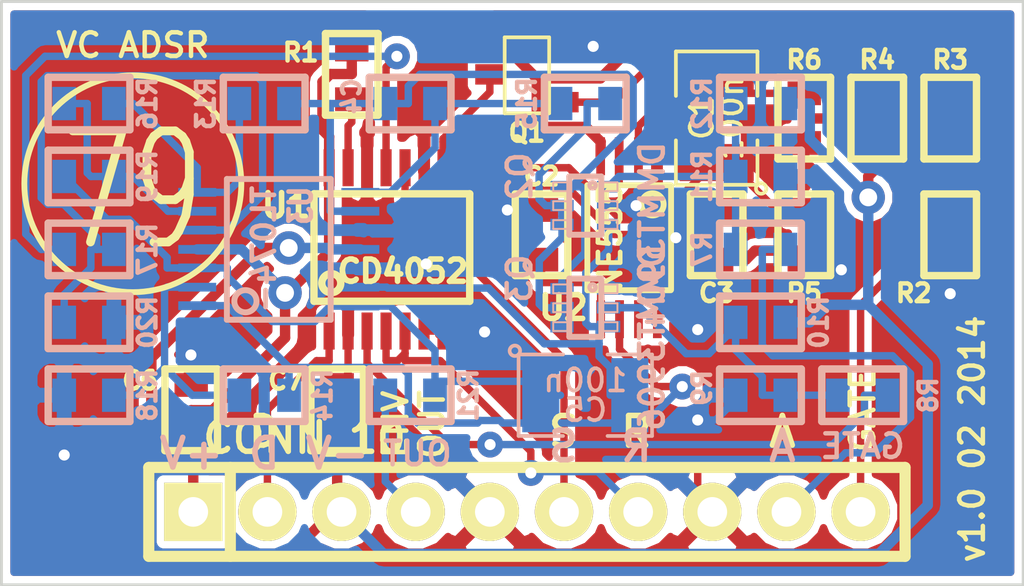
<source format=kicad_pcb>
(kicad_pcb (version 3) (host pcbnew "(2013-07-07 BZR 4022)-stable")

  (general
    (links 89)
    (no_connects 3)
    (area 97.949999 73.896967 135.545018 95.39725)
    (thickness 1.6)
    (drawings 23)
    (tracks 406)
    (zones 0)
    (modules 35)
    (nets 30)
  )

  (page A3)
  (layers
    (15 F.Cu signal hide)
    (0 B.Cu signal)
    (16 B.Adhes user)
    (17 F.Adhes user)
    (18 B.Paste user)
    (19 F.Paste user)
    (20 B.SilkS user)
    (21 F.SilkS user)
    (22 B.Mask user)
    (23 F.Mask user)
    (24 Dwgs.User user)
    (25 Cmts.User user)
    (26 Eco1.User user)
    (27 Eco2.User user)
    (28 Edge.Cuts user)
  )

  (setup
    (last_trace_width 0.254)
    (trace_clearance 0.254)
    (zone_clearance 0.254)
    (zone_45_only no)
    (trace_min 0.254)
    (segment_width 0.2)
    (edge_width 0.1)
    (via_size 0.889)
    (via_drill 0.381)
    (via_min_size 0.889)
    (via_min_drill 0.381)
    (uvia_size 0.508)
    (uvia_drill 0.127)
    (uvias_allowed no)
    (uvia_min_size 0.508)
    (uvia_min_drill 0.127)
    (pcb_text_width 0.3)
    (pcb_text_size 1.5 1.5)
    (mod_edge_width 0.15)
    (mod_text_size 1 1)
    (mod_text_width 0.15)
    (pad_size 1.5 1.5)
    (pad_drill 0.6)
    (pad_to_mask_clearance 0)
    (aux_axis_origin 0 0)
    (visible_elements 7FFF5F7F)
    (pcbplotparams
      (layerselection 284196865)
      (usegerberextensions true)
      (excludeedgelayer true)
      (linewidth 0.150000)
      (plotframeref false)
      (viasonmask false)
      (mode 1)
      (useauxorigin false)
      (hpglpennumber 1)
      (hpglpenspeed 20)
      (hpglpendiameter 15)
      (hpglpenoverlay 2)
      (psnegative false)
      (psa4output false)
      (plotreference true)
      (plotvalue false)
      (plotothertext true)
      (plotinvisibletext false)
      (padsonsilk false)
      (subtractmaskfromsilk true)
      (outputformat 1)
      (mirror false)
      (drillshape 0)
      (scaleselection 1)
      (outputdirectory Gerbers/))
  )

  (net 0 "")
  (net 1 +12V)
  (net 2 -12V)
  (net 3 ATTACK)
  (net 4 DECAY)
  (net 5 "ENV OUT")
  (net 6 GATE)
  (net 7 GND)
  (net 8 N-0000010)
  (net 9 N-0000011)
  (net 10 N-0000012)
  (net 11 N-0000015)
  (net 12 N-0000016)
  (net 13 N-000002)
  (net 14 N-0000021)
  (net 15 N-0000022)
  (net 16 N-0000023)
  (net 17 N-0000024)
  (net 18 N-0000025)
  (net 19 N-0000027)
  (net 20 N-0000028)
  (net 21 N-0000029)
  (net 22 N-000003)
  (net 23 N-0000030)
  (net 24 N-000004)
  (net 25 N-000007)
  (net 26 N-000008)
  (net 27 N-000009)
  (net 28 RELEASE)
  (net 29 SUSTAIN)

  (net_class Default "This is the default net class."
    (clearance 0.254)
    (trace_width 0.254)
    (via_dia 0.889)
    (via_drill 0.381)
    (uvia_dia 0.508)
    (uvia_drill 0.127)
    (add_net "")
    (add_net GND)
    (add_net N-0000010)
    (add_net N-0000011)
    (add_net N-0000012)
    (add_net N-0000015)
    (add_net N-0000016)
    (add_net N-000002)
    (add_net N-0000021)
    (add_net N-0000022)
    (add_net N-0000023)
    (add_net N-0000024)
    (add_net N-0000025)
    (add_net N-0000027)
    (add_net N-0000028)
    (add_net N-0000029)
    (add_net N-000003)
    (add_net N-0000030)
    (add_net N-000004)
    (add_net N-000007)
    (add_net N-000008)
    (add_net N-000009)
  )

  (net_class POWER ""
    (clearance 0.254)
    (trace_width 0.3556)
    (via_dia 1.143)
    (via_drill 0.6096)
    (uvia_dia 0.508)
    (uvia_drill 0.127)
    (add_net +12V)
    (add_net -12V)
  )

  (net_class SIGNAL ""
    (clearance 0.254)
    (trace_width 0.254)
    (via_dia 0.889)
    (via_drill 0.381)
    (uvia_dia 0.508)
    (uvia_drill 0.127)
    (add_net ATTACK)
    (add_net DECAY)
    (add_net "ENV OUT")
    (add_net GATE)
    (add_net RELEASE)
    (add_net SUSTAIN)
  )

  (module TSSOP8-JRL (layer F.Cu) (tedit 52F02B18) (tstamp 52EC3E46)
    (at 119.5 82.5 180)
    (path /52EA6826)
    (attr smd)
    (fp_text reference U2 (at 2.25 -2.5 180) (layer F.SilkS)
      (effects (font (size 0.8128 0.8128) (thickness 0.1905)))
    )
    (fp_text value NE555 (at 0.65 -0.1 270) (layer F.SilkS)
      (effects (font (size 0.762 0.762) (thickness 0.16002)))
    )
    (fp_line (start -1.43 -1.9) (end 1.43 -1.9) (layer F.SilkS) (width 0.2))
    (fp_line (start 1.43 -1.9) (end 1.43 1.7) (layer F.SilkS) (width 0.2))
    (fp_line (start 1.43 1.7) (end -1.43 1.7) (layer F.SilkS) (width 0.2))
    (fp_line (start -1.438 1.678) (end -1.438 -1.878) (layer F.SilkS) (width 0.2))
    (fp_circle (center -0.803 1.043) (end -1.184 1.043) (layer F.SilkS) (width 0.2))
    (pad 1 smd rect (at -0.9554 2.694 180) (size 0.29972 1.30048)
      (layers F.Cu F.Paste F.Mask)
      (net 7 GND)
    )
    (pad 2 smd rect (at -0.3204 2.694 180) (size 0.29972 1.30048)
      (layers F.Cu F.Paste F.Mask)
      (net 10 N-0000012)
    )
    (pad 3 smd rect (at 0.34 2.694 180) (size 0.29972 1.30048)
      (layers F.Cu F.Paste F.Mask)
      (net 24 N-000004)
    )
    (pad 4 smd rect (at 0.975 2.694 180) (size 0.29972 1.30048)
      (layers F.Cu F.Paste F.Mask)
      (net 1 +12V)
    )
    (pad 5 smd rect (at 0.975 -2.894 180) (size 0.29972 1.30048)
      (layers F.Cu F.Paste F.Mask)
      (net 9 N-0000011)
    )
    (pad 6 smd rect (at 0.3273 -2.894 180) (size 0.29972 1.30048)
      (layers F.Cu F.Paste F.Mask)
      (net 22 N-000003)
    )
    (pad 7 smd rect (at -0.3204 -2.894 180) (size 0.29972 1.30048)
      (layers F.Cu F.Paste F.Mask)
    )
    (pad 8 smd rect (at -0.9681 -2.894 180) (size 0.29972 1.30048)
      (layers F.Cu F.Paste F.Mask)
      (net 1 +12V)
    )
    (model smd\smd_dil\tssop-14.wrl
      (at (xyz 0 0 0))
      (scale (xyz 1 1 1))
      (rotate (xyz 0 0 0))
    )
  )

  (module TSSOP16 (layer F.Cu) (tedit 52F02AEC) (tstamp 52EC3E5F)
    (at 111.5 83)
    (path /52E9DAA2)
    (attr smd)
    (fp_text reference U1 (at -3.75 -1.5) (layer F.SilkS)
      (effects (font (size 0.8128 0.8128) (thickness 0.1905)))
    )
    (fp_text value CD4052 (at 0.24892 0.7493) (layer F.SilkS)
      (effects (font (size 0.762 0.762) (thickness 0.1905)))
    )
    (fp_line (start -2.794 -1.905) (end 2.54 -1.905) (layer F.SilkS) (width 0.254))
    (fp_line (start 2.54 -1.905) (end 2.54 1.778) (layer F.SilkS) (width 0.254))
    (fp_line (start 2.54 1.778) (end -2.794 1.778) (layer F.SilkS) (width 0.254))
    (fp_line (start -2.794 1.778) (end -2.794 -1.905) (layer F.SilkS) (width 0.254))
    (fp_circle (center -2.20218 1.15824) (end -2.40538 1.41224) (layer F.SilkS) (width 0.254))
    (pad 1 smd rect (at -2.27584 2.79908) (size 0.381 1.27)
      (layers F.Cu F.Paste F.Mask)
      (net 4 DECAY)
    )
    (pad 2 smd rect (at -1.6256 2.79908) (size 0.381 1.27)
      (layers F.Cu F.Paste F.Mask)
      (net 7 GND)
    )
    (pad 3 smd rect (at -0.97536 2.79908) (size 0.381 1.27)
      (layers F.Cu F.Paste F.Mask)
      (net 26 N-000008)
    )
    (pad 4 smd rect (at -0.32512 2.79908) (size 0.381 1.27)
      (layers F.Cu F.Paste F.Mask)
      (net 28 RELEASE)
    )
    (pad 5 smd rect (at 0.32512 2.79908) (size 0.381 1.27)
      (layers F.Cu F.Paste F.Mask)
      (net 28 RELEASE)
    )
    (pad 6 smd rect (at 0.97536 2.79908) (size 0.381 1.27)
      (layers F.Cu F.Paste F.Mask)
      (net 7 GND)
    )
    (pad 7 smd rect (at 1.6256 2.79908) (size 0.381 1.27)
      (layers F.Cu F.Paste F.Mask)
      (net 7 GND)
    )
    (pad 8 smd rect (at 2.27584 2.79908) (size 0.381 1.27)
      (layers F.Cu F.Paste F.Mask)
      (net 7 GND)
    )
    (pad 9 smd rect (at 2.27584 -2.79908) (size 0.381 1.27)
      (layers F.Cu F.Paste F.Mask)
      (net 24 N-000004)
    )
    (pad 10 smd rect (at 1.6256 -2.79908) (size 0.381 1.27)
      (layers F.Cu F.Paste F.Mask)
      (net 8 N-0000010)
    )
    (pad 11 smd rect (at 0.97536 -2.79908) (size 0.381 1.27)
      (layers F.Cu F.Paste F.Mask)
      (net 7 GND)
    )
    (pad 12 smd rect (at 0.32512 -2.79908) (size 0.381 1.27)
      (layers F.Cu F.Paste F.Mask)
      (net 29 SUSTAIN)
    )
    (pad 13 smd rect (at -0.32512 -2.79908) (size 0.381 1.27)
      (layers F.Cu F.Paste F.Mask)
      (net 17 N-0000024)
    )
    (pad 14 smd rect (at -0.97536 -2.79908) (size 0.381 1.27)
      (layers F.Cu F.Paste F.Mask)
      (net 7 GND)
    )
    (pad 15 smd rect (at -1.6256 -2.79908) (size 0.381 1.27)
      (layers F.Cu F.Paste F.Mask)
      (net 21 N-0000029)
    )
    (pad 16 smd rect (at -2.27584 -2.79908) (size 0.381 1.27)
      (layers F.Cu F.Paste F.Mask)
      (net 1 +12V)
    )
    (model smd\smd_dil\tssop-16.wrl
      (at (xyz 0 0 0))
      (scale (xyz 1 1 1))
      (rotate (xyz 0 0 0))
    )
  )

  (module TSSOP14 (layer B.Cu) (tedit 52F02B6A) (tstamp 52EC3E76)
    (at 107.5 83 90)
    (path /52E9CC88)
    (attr smd)
    (fp_text reference U3 (at 1.5 0.75 270) (layer B.SilkS)
      (effects (font (size 0.762 0.635) (thickness 0.16002)) (justify mirror))
    )
    (fp_text value TL074- (at 0 -0.508 90) (layer B.SilkS)
      (effects (font (size 0.762 0.762) (thickness 0.16002)) (justify mirror))
    )
    (fp_line (start -2.413 1.778) (end 2.413 1.778) (layer B.SilkS) (width 0.2032))
    (fp_line (start 2.413 1.778) (end 2.413 -1.778) (layer B.SilkS) (width 0.2032))
    (fp_line (start 2.413 -1.778) (end -2.413 -1.778) (layer B.SilkS) (width 0.2032))
    (fp_line (start -2.413 -1.778) (end -2.413 1.778) (layer B.SilkS) (width 0.2032))
    (fp_circle (center -1.778 -1.143) (end -2.159 -1.143) (layer B.SilkS) (width 0.2032))
    (pad 1 smd rect (at -1.9304 -2.794 90) (size 0.29972 1.30048)
      (layers B.Cu B.Paste B.Mask)
      (net 22 N-000003)
    )
    (pad 2 smd rect (at -1.2954 -2.794 90) (size 0.29972 1.30048)
      (layers B.Cu B.Paste B.Mask)
      (net 13 N-000002)
    )
    (pad 3 smd rect (at -0.635 -2.794 90) (size 0.29972 1.30048)
      (layers B.Cu B.Paste B.Mask)
      (net 20 N-0000028)
    )
    (pad 4 smd rect (at 0 -2.794 90) (size 0.29972 1.30048)
      (layers B.Cu B.Paste B.Mask)
      (net 1 +12V)
    )
    (pad 5 smd rect (at 0.6604 -2.794 90) (size 0.29972 1.30048)
      (layers B.Cu B.Paste B.Mask)
      (net 23 N-0000030)
    )
    (pad 6 smd rect (at 1.3081 -2.794 90) (size 0.29972 1.30048)
      (layers B.Cu B.Paste B.Mask)
      (net 16 N-0000023)
    )
    (pad 7 smd rect (at 1.9558 -2.794 90) (size 0.29972 1.30048)
      (layers B.Cu B.Paste B.Mask)
      (net 18 N-0000025)
    )
    (pad 8 smd rect (at 1.9558 2.794 90) (size 0.29972 1.30048)
      (layers B.Cu B.Paste B.Mask)
      (net 15 N-0000022)
    )
    (pad 9 smd rect (at 1.3081 2.794 90) (size 0.29972 1.30048)
      (layers B.Cu B.Paste B.Mask)
      (net 14 N-0000021)
    )
    (pad 10 smd rect (at 0.6604 2.794 90) (size 0.29972 1.30048)
      (layers B.Cu B.Paste B.Mask)
      (net 7 GND)
    )
    (pad 11 smd rect (at 0 2.794 90) (size 0.29972 1.30048)
      (layers B.Cu B.Paste B.Mask)
      (net 2 -12V)
    )
    (pad 12 smd rect (at -0.6477 2.794 90) (size 0.29972 1.30048)
      (layers B.Cu B.Paste B.Mask)
      (net 7 GND)
    )
    (pad 13 smd rect (at -1.2954 2.794 90) (size 0.29972 1.30048)
      (layers B.Cu B.Paste B.Mask)
      (net 19 N-0000027)
    )
    (pad 14 smd rect (at -1.9431 2.794 90) (size 0.29972 1.30048)
      (layers B.Cu B.Paste B.Mask)
      (net 20 N-0000028)
    )
    (model smd\smd_dil\tssop-14.wrl
      (at (xyz 0 0 0))
      (scale (xyz 1 1 1))
      (rotate (xyz 0 0 0))
    )
  )

  (module SOT363-JRL (layer B.Cu) (tedit 52F02B7C) (tstamp 52EFBA56)
    (at 118 85 270)
    (descr "SMALL OUTLINE TRANSISTOR; 6 LEADS")
    (tags "SMALL OUTLINE TRANSISTOR; 6 LEADS")
    (path /52EA83F8)
    (attr smd)
    (fp_text reference Q3 (at -1 2.25 270) (layer B.SilkS)
      (effects (font (size 0.8128 0.8128) (thickness 0.1524)) (justify mirror))
    )
    (fp_text value DMMT3906 (at 1.016 -2.286 270) (layer B.SilkS)
      (effects (font (size 0.8128 0.8128) (thickness 0.1524)) (justify mirror))
    )
    (fp_line (start -0.79756 -1.09982) (end -0.49784 -1.09982) (layer B.SilkS) (width 0.06604))
    (fp_line (start -0.49784 -1.09982) (end -0.49784 -0.59944) (layer B.SilkS) (width 0.06604))
    (fp_line (start -0.79756 -0.59944) (end -0.49784 -0.59944) (layer B.SilkS) (width 0.06604))
    (fp_line (start -0.79756 -1.09982) (end -0.79756 -0.59944) (layer B.SilkS) (width 0.06604))
    (fp_line (start -0.14986 -1.09982) (end 0.14986 -1.09982) (layer B.SilkS) (width 0.06604))
    (fp_line (start 0.14986 -1.09982) (end 0.14986 -0.59944) (layer B.SilkS) (width 0.06604))
    (fp_line (start -0.14986 -0.59944) (end 0.14986 -0.59944) (layer B.SilkS) (width 0.06604))
    (fp_line (start -0.14986 -1.09982) (end -0.14986 -0.59944) (layer B.SilkS) (width 0.06604))
    (fp_line (start 0.49784 -1.09982) (end 0.79756 -1.09982) (layer B.SilkS) (width 0.06604))
    (fp_line (start 0.79756 -1.09982) (end 0.79756 -0.59944) (layer B.SilkS) (width 0.06604))
    (fp_line (start 0.49784 -0.59944) (end 0.79756 -0.59944) (layer B.SilkS) (width 0.06604))
    (fp_line (start 0.49784 -1.09982) (end 0.49784 -0.59944) (layer B.SilkS) (width 0.06604))
    (fp_line (start 0.49784 0.59944) (end 0.79756 0.59944) (layer B.SilkS) (width 0.06604))
    (fp_line (start 0.79756 0.59944) (end 0.79756 1.09982) (layer B.SilkS) (width 0.06604))
    (fp_line (start 0.49784 1.09982) (end 0.79756 1.09982) (layer B.SilkS) (width 0.06604))
    (fp_line (start 0.49784 0.59944) (end 0.49784 1.09982) (layer B.SilkS) (width 0.06604))
    (fp_line (start -0.14986 0.59944) (end 0.14986 0.59944) (layer B.SilkS) (width 0.06604))
    (fp_line (start 0.14986 0.59944) (end 0.14986 1.09982) (layer B.SilkS) (width 0.06604))
    (fp_line (start -0.14986 1.09982) (end 0.14986 1.09982) (layer B.SilkS) (width 0.06604))
    (fp_line (start -0.14986 0.59944) (end -0.14986 1.09982) (layer B.SilkS) (width 0.06604))
    (fp_line (start -0.79756 0.59944) (end -0.49784 0.59944) (layer B.SilkS) (width 0.06604))
    (fp_line (start -0.49784 0.59944) (end -0.49784 1.09982) (layer B.SilkS) (width 0.06604))
    (fp_line (start -0.79756 1.09982) (end -0.49784 1.09982) (layer B.SilkS) (width 0.06604))
    (fp_line (start -0.79756 0.59944) (end -0.79756 1.09982) (layer B.SilkS) (width 0.06604))
    (fp_line (start -0.99822 0.54864) (end 0.99822 0.54864) (layer B.SilkS) (width 0.2032))
    (fp_line (start 0.99822 0.54864) (end 0.99822 -0.54864) (layer B.SilkS) (width 0.2032))
    (fp_line (start 0.99822 -0.54864) (end -0.99822 -0.54864) (layer B.SilkS) (width 0.2032))
    (fp_line (start -0.99822 -0.54864) (end -0.99822 0.54864) (layer B.SilkS) (width 0.2032))
    (fp_circle (center -0.6985 -0.24892) (end -0.77216 -0.32258) (layer B.SilkS) (width 0.1524))
    (pad 1 smd rect (at -0.6477 -0.79756 270) (size 0.39878 0.79756)
      (layers B.Cu B.Paste B.Mask)
      (net 7 GND)
    )
    (pad 2 smd rect (at 0 -0.79756 270) (size 0.39878 0.79756)
      (layers B.Cu B.Paste B.Mask)
      (net 25 N-000007)
    )
    (pad 3 smd rect (at 0.6477 -0.79756 270) (size 0.39878 0.79756)
      (layers B.Cu B.Paste B.Mask)
      (net 19 N-0000027)
    )
    (pad 4 smd rect (at 0.6477 0.79756 270) (size 0.39878 0.79756)
      (layers B.Cu B.Paste B.Mask)
      (net 11 N-0000015)
    )
    (pad 5 smd rect (at 0 0.79756 270) (size 0.39878 0.79756)
      (layers B.Cu B.Paste B.Mask)
      (net 11 N-0000015)
    )
    (pad 6 smd rect (at -0.6477 0.79756 270) (size 0.39878 0.79756)
      (layers B.Cu B.Paste B.Mask)
      (net 14 N-0000021)
    )
  )

  (module SOT363-JRL (layer B.Cu) (tedit 52F02B77) (tstamp 52EFBA7E)
    (at 118 81.5 270)
    (descr "SMALL OUTLINE TRANSISTOR; 6 LEADS")
    (tags "SMALL OUTLINE TRANSISTOR; 6 LEADS")
    (path /52EA83E9)
    (attr smd)
    (fp_text reference Q2 (at -1 2.25 450) (layer B.SilkS)
      (effects (font (size 0.8128 0.8128) (thickness 0.1524)) (justify mirror))
    )
    (fp_text value DMMT3904 (at 1.016 -2.286 270) (layer B.SilkS)
      (effects (font (size 0.8128 0.8128) (thickness 0.1524)) (justify mirror))
    )
    (fp_line (start -0.79756 -1.09982) (end -0.49784 -1.09982) (layer B.SilkS) (width 0.06604))
    (fp_line (start -0.49784 -1.09982) (end -0.49784 -0.59944) (layer B.SilkS) (width 0.06604))
    (fp_line (start -0.79756 -0.59944) (end -0.49784 -0.59944) (layer B.SilkS) (width 0.06604))
    (fp_line (start -0.79756 -1.09982) (end -0.79756 -0.59944) (layer B.SilkS) (width 0.06604))
    (fp_line (start -0.14986 -1.09982) (end 0.14986 -1.09982) (layer B.SilkS) (width 0.06604))
    (fp_line (start 0.14986 -1.09982) (end 0.14986 -0.59944) (layer B.SilkS) (width 0.06604))
    (fp_line (start -0.14986 -0.59944) (end 0.14986 -0.59944) (layer B.SilkS) (width 0.06604))
    (fp_line (start -0.14986 -1.09982) (end -0.14986 -0.59944) (layer B.SilkS) (width 0.06604))
    (fp_line (start 0.49784 -1.09982) (end 0.79756 -1.09982) (layer B.SilkS) (width 0.06604))
    (fp_line (start 0.79756 -1.09982) (end 0.79756 -0.59944) (layer B.SilkS) (width 0.06604))
    (fp_line (start 0.49784 -0.59944) (end 0.79756 -0.59944) (layer B.SilkS) (width 0.06604))
    (fp_line (start 0.49784 -1.09982) (end 0.49784 -0.59944) (layer B.SilkS) (width 0.06604))
    (fp_line (start 0.49784 0.59944) (end 0.79756 0.59944) (layer B.SilkS) (width 0.06604))
    (fp_line (start 0.79756 0.59944) (end 0.79756 1.09982) (layer B.SilkS) (width 0.06604))
    (fp_line (start 0.49784 1.09982) (end 0.79756 1.09982) (layer B.SilkS) (width 0.06604))
    (fp_line (start 0.49784 0.59944) (end 0.49784 1.09982) (layer B.SilkS) (width 0.06604))
    (fp_line (start -0.14986 0.59944) (end 0.14986 0.59944) (layer B.SilkS) (width 0.06604))
    (fp_line (start 0.14986 0.59944) (end 0.14986 1.09982) (layer B.SilkS) (width 0.06604))
    (fp_line (start -0.14986 1.09982) (end 0.14986 1.09982) (layer B.SilkS) (width 0.06604))
    (fp_line (start -0.14986 0.59944) (end -0.14986 1.09982) (layer B.SilkS) (width 0.06604))
    (fp_line (start -0.79756 0.59944) (end -0.49784 0.59944) (layer B.SilkS) (width 0.06604))
    (fp_line (start -0.49784 0.59944) (end -0.49784 1.09982) (layer B.SilkS) (width 0.06604))
    (fp_line (start -0.79756 1.09982) (end -0.49784 1.09982) (layer B.SilkS) (width 0.06604))
    (fp_line (start -0.79756 0.59944) (end -0.79756 1.09982) (layer B.SilkS) (width 0.06604))
    (fp_line (start -0.99822 0.54864) (end 0.99822 0.54864) (layer B.SilkS) (width 0.2032))
    (fp_line (start 0.99822 0.54864) (end 0.99822 -0.54864) (layer B.SilkS) (width 0.2032))
    (fp_line (start 0.99822 -0.54864) (end -0.99822 -0.54864) (layer B.SilkS) (width 0.2032))
    (fp_line (start -0.99822 -0.54864) (end -0.99822 0.54864) (layer B.SilkS) (width 0.2032))
    (fp_circle (center -0.6985 -0.24892) (end -0.77216 -0.32258) (layer B.SilkS) (width 0.1524))
    (pad 1 smd rect (at -0.6477 -0.79756 270) (size 0.39878 0.79756)
      (layers B.Cu B.Paste B.Mask)
      (net 12 N-0000016)
    )
    (pad 2 smd rect (at 0 -0.79756 270) (size 0.39878 0.79756)
      (layers B.Cu B.Paste B.Mask)
      (net 7 GND)
    )
    (pad 3 smd rect (at 0.6477 -0.79756 270) (size 0.39878 0.79756)
      (layers B.Cu B.Paste B.Mask)
      (net 19 N-0000027)
    )
    (pad 4 smd rect (at 0.6477 0.79756 270) (size 0.39878 0.79756)
      (layers B.Cu B.Paste B.Mask)
      (net 11 N-0000015)
    )
    (pad 5 smd rect (at 0 0.79756 270) (size 0.39878 0.79756)
      (layers B.Cu B.Paste B.Mask)
      (net 11 N-0000015)
    )
    (pad 6 smd rect (at -0.6477 0.79756 270) (size 0.39878 0.79756)
      (layers B.Cu B.Paste B.Mask)
      (net 14 N-0000021)
    )
  )

  (module SOT23-JRL (layer F.Cu) (tedit 52F02A8D) (tstamp 52EF2878)
    (at 116 77 90)
    (tags SOT23)
    (path /52EA6833)
    (fp_text reference Q1 (at -2 0 180) (layer F.SilkS)
      (effects (font (size 0.6096 0.6096) (thickness 0.1524)))
    )
    (fp_text value 2N3904 (at 0.0635 0 90) (layer F.SilkS) hide
      (effects (font (size 0.8128 0.8128) (thickness 0.1524)))
    )
    (fp_line (start 1.27 0.762) (end -1.3335 0.762) (layer F.SilkS) (width 0.127))
    (fp_line (start -1.3335 0.762) (end -1.3335 -0.762) (layer F.SilkS) (width 0.127))
    (fp_line (start -1.3335 -0.762) (end 1.27 -0.762) (layer F.SilkS) (width 0.127))
    (fp_line (start 1.27 -0.762) (end 1.27 0.762) (layer F.SilkS) (width 0.127))
    (pad 3 smd rect (at 0 -1.27 90) (size 0.70104 1.00076)
      (layers F.Cu F.Paste F.Mask)
      (net 8 N-0000010)
    )
    (pad 1 smd rect (at 0.9525 1.27 90) (size 0.70104 1.00076)
      (layers F.Cu F.Paste F.Mask)
      (net 7 GND)
    )
    (pad 2 smd rect (at -0.9525 1.27 90) (size 0.70104 1.00076)
      (layers F.Cu F.Paste F.Mask)
      (net 27 N-000009)
    )
    (model smd/SOT23_6.wrl
      (at (xyz 0 0 0))
      (scale (xyz 0.11 0.11 0.11))
      (rotate (xyz 0 0 -180))
    )
  )

  (module SM0603-JRL (layer B.Cu) (tedit 52F02B8C) (tstamp 52EC3ED9)
    (at 124 88)
    (path /52EA8356)
    (attr smd)
    (fp_text reference R9 (at -2 -0.25 90) (layer B.SilkS)
      (effects (font (size 0.6096 0.6096) (thickness 0.1524)) (justify mirror))
    )
    (fp_text value 2.2K (at 0 0) (layer B.SilkS) hide
      (effects (font (size 0.508 0.4572) (thickness 0.1143)) (justify mirror))
    )
    (fp_line (start -1.4 -0.9) (end 1.4 -0.9) (layer B.SilkS) (width 0.254))
    (fp_line (start 1.4 -0.9) (end 1.4 0.9) (layer B.SilkS) (width 0.254))
    (fp_line (start 1.4 0.9) (end -1.4 0.9) (layer B.SilkS) (width 0.254))
    (fp_line (start -1.4 0.9) (end -1.4 -0.9) (layer B.SilkS) (width 0.254))
    (pad 1 smd rect (at -0.8509 0) (size 0.8128 1.143)
      (layers B.Cu B.Paste B.Mask)
      (net 7 GND)
    )
    (pad 2 smd rect (at 0.8509 0) (size 0.8128 1.143)
      (layers B.Cu B.Paste B.Mask)
      (net 25 N-000007)
    )
    (model smd\resistors\R0603.wrl
      (at (xyz 0 0 0.001))
      (scale (xyz 0.5 0.5 0.5))
      (rotate (xyz 0 0 0))
    )
  )

  (module SM0603-JRL (layer F.Cu) (tedit 52F02A9D) (tstamp 52EF286C)
    (at 128 78.5 270)
    (path /52EA68F7)
    (attr smd)
    (fp_text reference R4 (at -2 0 360) (layer F.SilkS)
      (effects (font (size 0.6096 0.6096) (thickness 0.1524)))
    )
    (fp_text value 330K (at 0 0 270) (layer F.SilkS) hide
      (effects (font (size 0.508 0.4572) (thickness 0.1143)))
    )
    (fp_line (start -1.4 0.9) (end 1.4 0.9) (layer F.SilkS) (width 0.254))
    (fp_line (start 1.4 0.9) (end 1.4 -0.9) (layer F.SilkS) (width 0.254))
    (fp_line (start 1.4 -0.9) (end -1.4 -0.9) (layer F.SilkS) (width 0.254))
    (fp_line (start -1.4 -0.9) (end -1.4 0.9) (layer F.SilkS) (width 0.254))
    (pad 1 smd rect (at -0.8509 0 270) (size 0.8128 1.143)
      (layers F.Cu F.Paste F.Mask)
      (net 27 N-000009)
    )
    (pad 2 smd rect (at 0.8509 0 270) (size 0.8128 1.143)
      (layers F.Cu F.Paste F.Mask)
      (net 2 -12V)
    )
    (model smd\resistors\R0603.wrl
      (at (xyz 0 0 0.001))
      (scale (xyz 0.5 0.5 0.5))
      (rotate (xyz 0 0 0))
    )
  )

  (module SM0603-JRL (layer F.Cu) (tedit 52F02A99) (tstamp 52EC3EF7)
    (at 125.5 78.5 90)
    (path /52EA6BBB)
    (attr smd)
    (fp_text reference R6 (at 2 0 180) (layer F.SilkS)
      (effects (font (size 0.6096 0.6096) (thickness 0.1524)))
    )
    (fp_text value 10K (at 0 0 90) (layer F.SilkS) hide
      (effects (font (size 0.508 0.4572) (thickness 0.1143)))
    )
    (fp_line (start -1.4 0.9) (end 1.4 0.9) (layer F.SilkS) (width 0.254))
    (fp_line (start 1.4 0.9) (end 1.4 -0.9) (layer F.SilkS) (width 0.254))
    (fp_line (start 1.4 -0.9) (end -1.4 -0.9) (layer F.SilkS) (width 0.254))
    (fp_line (start -1.4 -0.9) (end -1.4 0.9) (layer F.SilkS) (width 0.254))
    (pad 1 smd rect (at -0.8509 0 90) (size 0.8128 1.143)
      (layers F.Cu F.Paste F.Mask)
      (net 1 +12V)
    )
    (pad 2 smd rect (at 0.8509 0 90) (size 0.8128 1.143)
      (layers F.Cu F.Paste F.Mask)
      (net 10 N-0000012)
    )
    (model smd\resistors\R0603.wrl
      (at (xyz 0 0 0.001))
      (scale (xyz 0.5 0.5 0.5))
      (rotate (xyz 0 0 0))
    )
  )

  (module SM0603-JRL (layer F.Cu) (tedit 52F02AB3) (tstamp 52EC3F01)
    (at 116.5 82.5 90)
    (path /52EA7373)
    (attr smd)
    (fp_text reference C2 (at 2 0 180) (layer F.SilkS)
      (effects (font (size 0.6096 0.6096) (thickness 0.1524)))
    )
    (fp_text value 0.01μ (at 0 0 90) (layer F.SilkS) hide
      (effects (font (size 0.508 0.4572) (thickness 0.1143)))
    )
    (fp_line (start -1.4 0.9) (end 1.4 0.9) (layer F.SilkS) (width 0.254))
    (fp_line (start 1.4 0.9) (end 1.4 -0.9) (layer F.SilkS) (width 0.254))
    (fp_line (start 1.4 -0.9) (end -1.4 -0.9) (layer F.SilkS) (width 0.254))
    (fp_line (start -1.4 -0.9) (end -1.4 0.9) (layer F.SilkS) (width 0.254))
    (pad 1 smd rect (at -0.8509 0 90) (size 0.8128 1.143)
      (layers F.Cu F.Paste F.Mask)
      (net 9 N-0000011)
    )
    (pad 2 smd rect (at 0.8509 0 90) (size 0.8128 1.143)
      (layers F.Cu F.Paste F.Mask)
      (net 7 GND)
    )
    (model smd\resistors\R0603.wrl
      (at (xyz 0 0 0.001))
      (scale (xyz 0.5 0.5 0.5))
      (rotate (xyz 0 0 0))
    )
  )

  (module SM0603-JRL (layer B.Cu) (tedit 52F02B5A) (tstamp 52EC3F0B)
    (at 107 88 180)
    (path /52EA7939)
    (attr smd)
    (fp_text reference R14 (at -2 0 270) (layer B.SilkS)
      (effects (font (size 0.6096 0.6096) (thickness 0.1524)) (justify mirror))
    )
    (fp_text value 56K** (at 0 0 180) (layer B.SilkS) hide
      (effects (font (size 0.508 0.4572) (thickness 0.1143)) (justify mirror))
    )
    (fp_line (start -1.4 -0.9) (end 1.4 -0.9) (layer B.SilkS) (width 0.254))
    (fp_line (start 1.4 -0.9) (end 1.4 0.9) (layer B.SilkS) (width 0.254))
    (fp_line (start 1.4 0.9) (end -1.4 0.9) (layer B.SilkS) (width 0.254))
    (fp_line (start -1.4 0.9) (end -1.4 -0.9) (layer B.SilkS) (width 0.254))
    (pad 1 smd rect (at -0.8509 0 180) (size 0.8128 1.143)
      (layers B.Cu B.Paste B.Mask)
      (net 22 N-000003)
    )
    (pad 2 smd rect (at 0.8509 0 180) (size 0.8128 1.143)
      (layers B.Cu B.Paste B.Mask)
      (net 13 N-000002)
    )
    (model smd\resistors\R0603.wrl
      (at (xyz 0 0 0.001))
      (scale (xyz 0.5 0.5 0.5))
      (rotate (xyz 0 0 0))
    )
  )

  (module SM0603-JRL (layer B.Cu) (tedit 52F02B54) (tstamp 52EC3F15)
    (at 101 88 180)
    (path /52EA793F)
    (attr smd)
    (fp_text reference R18 (at -2 0 270) (layer B.SilkS)
      (effects (font (size 0.6096 0.6096) (thickness 0.1524)) (justify mirror))
    )
    (fp_text value 100K (at 0 0 180) (layer B.SilkS) hide
      (effects (font (size 0.508 0.4572) (thickness 0.1143)) (justify mirror))
    )
    (fp_line (start -1.4 -0.9) (end 1.4 -0.9) (layer B.SilkS) (width 0.254))
    (fp_line (start 1.4 -0.9) (end 1.4 0.9) (layer B.SilkS) (width 0.254))
    (fp_line (start 1.4 0.9) (end -1.4 0.9) (layer B.SilkS) (width 0.254))
    (fp_line (start -1.4 0.9) (end -1.4 -0.9) (layer B.SilkS) (width 0.254))
    (pad 1 smd rect (at -0.8509 0 180) (size 0.8128 1.143)
      (layers B.Cu B.Paste B.Mask)
      (net 13 N-000002)
    )
    (pad 2 smd rect (at 0.8509 0 180) (size 0.8128 1.143)
      (layers B.Cu B.Paste B.Mask)
      (net 7 GND)
    )
    (model smd\resistors\R0603.wrl
      (at (xyz 0 0 0.001))
      (scale (xyz 0.5 0.5 0.5))
      (rotate (xyz 0 0 0))
    )
  )

  (module SM0603-JRL (layer F.Cu) (tedit 52F02ABA) (tstamp 52EC3F1F)
    (at 122.5 82.5 90)
    (path /52EC40BB)
    (attr smd)
    (fp_text reference C3 (at -2 0 180) (layer F.SilkS)
      (effects (font (size 0.6096 0.6096) (thickness 0.1524)))
    )
    (fp_text value 100n (at 0 0 90) (layer F.SilkS) hide
      (effects (font (size 0.508 0.4572) (thickness 0.1143)))
    )
    (fp_line (start -1.4 0.9) (end 1.4 0.9) (layer F.SilkS) (width 0.254))
    (fp_line (start 1.4 0.9) (end 1.4 -0.9) (layer F.SilkS) (width 0.254))
    (fp_line (start 1.4 -0.9) (end -1.4 -0.9) (layer F.SilkS) (width 0.254))
    (fp_line (start -1.4 -0.9) (end -1.4 0.9) (layer F.SilkS) (width 0.254))
    (pad 1 smd rect (at -0.8509 0 90) (size 0.8128 1.143)
      (layers F.Cu F.Paste F.Mask)
      (net 1 +12V)
    )
    (pad 2 smd rect (at 0.8509 0 90) (size 0.8128 1.143)
      (layers F.Cu F.Paste F.Mask)
      (net 7 GND)
    )
    (model smd\resistors\R0603.wrl
      (at (xyz 0 0 0.001))
      (scale (xyz 0.5 0.5 0.5))
      (rotate (xyz 0 0 0))
    )
  )

  (module SM0603-JRL (layer B.Cu) (tedit 52F02B81) (tstamp 52EF2814)
    (at 124 85.5 180)
    (path /52EA835C)
    (attr smd)
    (fp_text reference R10 (at -2 0 270) (layer B.SilkS)
      (effects (font (size 0.6096 0.6096) (thickness 0.1524)) (justify mirror))
    )
    (fp_text value 270K (at 0 0 180) (layer B.SilkS) hide
      (effects (font (size 0.508 0.4572) (thickness 0.1143)) (justify mirror))
    )
    (fp_line (start -1.4 -0.9) (end 1.4 -0.9) (layer B.SilkS) (width 0.254))
    (fp_line (start 1.4 -0.9) (end 1.4 0.9) (layer B.SilkS) (width 0.254))
    (fp_line (start 1.4 0.9) (end -1.4 0.9) (layer B.SilkS) (width 0.254))
    (fp_line (start -1.4 0.9) (end -1.4 -0.9) (layer B.SilkS) (width 0.254))
    (pad 1 smd rect (at -0.8509 0 180) (size 0.8128 1.143)
      (layers B.Cu B.Paste B.Mask)
      (net 2 -12V)
    )
    (pad 2 smd rect (at 0.8509 0 180) (size 0.8128 1.143)
      (layers B.Cu B.Paste B.Mask)
      (net 25 N-000007)
    )
    (model smd\resistors\R0603.wrl
      (at (xyz 0 0 0.001))
      (scale (xyz 0.5 0.5 0.5))
      (rotate (xyz 0 0 0))
    )
  )

  (module SM0603-JRL (layer B.Cu) (tedit 52F02B32) (tstamp 52EC3F33)
    (at 124 83 180)
    (path /52EA8929)
    (attr smd)
    (fp_text reference R7 (at 2 0 270) (layer B.SilkS)
      (effects (font (size 0.6096 0.6096) (thickness 0.1524)) (justify mirror))
    )
    (fp_text value 43K** (at 0 0 180) (layer B.SilkS) hide
      (effects (font (size 0.508 0.4572) (thickness 0.1143)) (justify mirror))
    )
    (fp_line (start -1.4 -0.9) (end 1.4 -0.9) (layer B.SilkS) (width 0.254))
    (fp_line (start 1.4 -0.9) (end 1.4 0.9) (layer B.SilkS) (width 0.254))
    (fp_line (start 1.4 0.9) (end -1.4 0.9) (layer B.SilkS) (width 0.254))
    (fp_line (start -1.4 0.9) (end -1.4 -0.9) (layer B.SilkS) (width 0.254))
    (pad 1 smd rect (at -0.8509 0 180) (size 0.8128 1.143)
      (layers B.Cu B.Paste B.Mask)
      (net 3 ATTACK)
    )
    (pad 2 smd rect (at 0.8509 0 180) (size 0.8128 1.143)
      (layers B.Cu B.Paste B.Mask)
      (net 12 N-0000016)
    )
    (model smd\resistors\R0603.wrl
      (at (xyz 0 0 0.001))
      (scale (xyz 0.5 0.5 0.5))
      (rotate (xyz 0 0 0))
    )
  )

  (module SM0603-JRL (layer B.Cu) (tedit 52F02B2F) (tstamp 52EF282A)
    (at 124 80.5 180)
    (path /52EA893B)
    (attr smd)
    (fp_text reference R11 (at 2 0 270) (layer B.SilkS)
      (effects (font (size 0.6096 0.6096) (thickness 0.1524)) (justify mirror))
    )
    (fp_text value 2.2K (at 0 0 180) (layer B.SilkS) hide
      (effects (font (size 0.508 0.4572) (thickness 0.1143)) (justify mirror))
    )
    (fp_line (start -1.4 -0.9) (end 1.4 -0.9) (layer B.SilkS) (width 0.254))
    (fp_line (start 1.4 -0.9) (end 1.4 0.9) (layer B.SilkS) (width 0.254))
    (fp_line (start 1.4 0.9) (end -1.4 0.9) (layer B.SilkS) (width 0.254))
    (fp_line (start -1.4 0.9) (end -1.4 -0.9) (layer B.SilkS) (width 0.254))
    (pad 1 smd rect (at -0.8509 0 180) (size 0.8128 1.143)
      (layers B.Cu B.Paste B.Mask)
      (net 7 GND)
    )
    (pad 2 smd rect (at 0.8509 0 180) (size 0.8128 1.143)
      (layers B.Cu B.Paste B.Mask)
      (net 12 N-0000016)
    )
    (model smd\resistors\R0603.wrl
      (at (xyz 0 0 0.001))
      (scale (xyz 0.5 0.5 0.5))
      (rotate (xyz 0 0 0))
    )
  )

  (module SM0603-JRL (layer B.Cu) (tedit 52F02B2D) (tstamp 52EF281F)
    (at 124 78 180)
    (path /52EA8941)
    (attr smd)
    (fp_text reference R12 (at 2 0 270) (layer B.SilkS)
      (effects (font (size 0.6096 0.6096) (thickness 0.1524)) (justify mirror))
    )
    (fp_text value 270K (at 0 0 180) (layer B.SilkS) hide
      (effects (font (size 0.508 0.4572) (thickness 0.1143)) (justify mirror))
    )
    (fp_line (start -1.4 -0.9) (end 1.4 -0.9) (layer B.SilkS) (width 0.254))
    (fp_line (start 1.4 -0.9) (end 1.4 0.9) (layer B.SilkS) (width 0.254))
    (fp_line (start 1.4 0.9) (end -1.4 0.9) (layer B.SilkS) (width 0.254))
    (fp_line (start -1.4 0.9) (end -1.4 -0.9) (layer B.SilkS) (width 0.254))
    (pad 1 smd rect (at -0.8509 0 180) (size 0.8128 1.143)
      (layers B.Cu B.Paste B.Mask)
      (net 2 -12V)
    )
    (pad 2 smd rect (at 0.8509 0 180) (size 0.8128 1.143)
      (layers B.Cu B.Paste B.Mask)
      (net 12 N-0000016)
    )
    (model smd\resistors\R0603.wrl
      (at (xyz 0 0 0.001))
      (scale (xyz 0.5 0.5 0.5))
      (rotate (xyz 0 0 0))
    )
  )

  (module SM0603-JRL (layer F.Cu) (tedit 52F02AC4) (tstamp 52ED3764)
    (at 130.5 82.5 270)
    (path /52EA68F1)
    (attr smd)
    (fp_text reference R2 (at 2 1.25 360) (layer F.SilkS)
      (effects (font (size 0.6096 0.6096) (thickness 0.1524)))
    )
    (fp_text value 100K (at 0 0 270) (layer F.SilkS) hide
      (effects (font (size 0.508 0.4572) (thickness 0.1143)))
    )
    (fp_line (start -1.4 0.9) (end 1.4 0.9) (layer F.SilkS) (width 0.254))
    (fp_line (start 1.4 0.9) (end 1.4 -0.9) (layer F.SilkS) (width 0.254))
    (fp_line (start 1.4 -0.9) (end -1.4 -0.9) (layer F.SilkS) (width 0.254))
    (fp_line (start -1.4 -0.9) (end -1.4 0.9) (layer F.SilkS) (width 0.254))
    (pad 1 smd rect (at -0.8509 0 270) (size 0.8128 1.143)
      (layers F.Cu F.Paste F.Mask)
      (net 6 GATE)
    )
    (pad 2 smd rect (at 0.8509 0 270) (size 0.8128 1.143)
      (layers F.Cu F.Paste F.Mask)
      (net 7 GND)
    )
    (model smd\resistors\R0603.wrl
      (at (xyz 0 0 0.001))
      (scale (xyz 0.5 0.5 0.5))
      (rotate (xyz 0 0 0))
    )
  )

  (module SM0603-JRL (layer F.Cu) (tedit 52F02AA1) (tstamp 52EC3F5B)
    (at 130.5 78.5 270)
    (path /52EA6853)
    (attr smd)
    (fp_text reference R3 (at -2 0 360) (layer F.SilkS)
      (effects (font (size 0.6096 0.6096) (thickness 0.1524)))
    )
    (fp_text value 33K (at 0 0 270) (layer F.SilkS) hide
      (effects (font (size 0.508 0.4572) (thickness 0.1143)))
    )
    (fp_line (start -1.4 0.9) (end 1.4 0.9) (layer F.SilkS) (width 0.254))
    (fp_line (start 1.4 0.9) (end 1.4 -0.9) (layer F.SilkS) (width 0.254))
    (fp_line (start 1.4 -0.9) (end -1.4 -0.9) (layer F.SilkS) (width 0.254))
    (fp_line (start -1.4 -0.9) (end -1.4 0.9) (layer F.SilkS) (width 0.254))
    (pad 1 smd rect (at -0.8509 0 270) (size 0.8128 1.143)
      (layers F.Cu F.Paste F.Mask)
      (net 27 N-000009)
    )
    (pad 2 smd rect (at 0.8509 0 270) (size 0.8128 1.143)
      (layers F.Cu F.Paste F.Mask)
      (net 6 GATE)
    )
    (model smd\resistors\R0603.wrl
      (at (xyz 0 0 0.001))
      (scale (xyz 0.5 0.5 0.5))
      (rotate (xyz 0 0 0))
    )
  )

  (module SM0603-JRL (layer F.Cu) (tedit 52F02ABC) (tstamp 52EC3F65)
    (at 125.5 82.5 270)
    (path /52EA6840)
    (attr smd)
    (fp_text reference R5 (at 2 0 360) (layer F.SilkS)
      (effects (font (size 0.6096 0.6096) (thickness 0.1524)))
    )
    (fp_text value 22K (at 0 0 270) (layer F.SilkS) hide
      (effects (font (size 0.508 0.4572) (thickness 0.1143)))
    )
    (fp_line (start -1.4 0.9) (end 1.4 0.9) (layer F.SilkS) (width 0.254))
    (fp_line (start 1.4 0.9) (end 1.4 -0.9) (layer F.SilkS) (width 0.254))
    (fp_line (start 1.4 -0.9) (end -1.4 -0.9) (layer F.SilkS) (width 0.254))
    (fp_line (start -1.4 -0.9) (end -1.4 0.9) (layer F.SilkS) (width 0.254))
    (pad 1 smd rect (at -0.8509 0 270) (size 0.8128 1.143)
      (layers F.Cu F.Paste F.Mask)
      (net 8 N-0000010)
    )
    (pad 2 smd rect (at 0.8509 0 270) (size 0.8128 1.143)
      (layers F.Cu F.Paste F.Mask)
      (net 1 +12V)
    )
    (model smd\resistors\R0603.wrl
      (at (xyz 0 0 0.001))
      (scale (xyz 0.5 0.5 0.5))
      (rotate (xyz 0 0 0))
    )
  )

  (module SM0603-JRL (layer B.Cu) (tedit 52F02B5C) (tstamp 52EFBA9F)
    (at 112 88 180)
    (path /52E9E466)
    (attr smd)
    (fp_text reference R21 (at -2 0 270) (layer B.SilkS)
      (effects (font (size 0.6096 0.6096) (thickness 0.1524)) (justify mirror))
    )
    (fp_text value 1K (at 0 0 180) (layer B.SilkS) hide
      (effects (font (size 0.508 0.4572) (thickness 0.1143)) (justify mirror))
    )
    (fp_line (start -1.4 -0.9) (end 1.4 -0.9) (layer B.SilkS) (width 0.254))
    (fp_line (start 1.4 -0.9) (end 1.4 0.9) (layer B.SilkS) (width 0.254))
    (fp_line (start 1.4 0.9) (end -1.4 0.9) (layer B.SilkS) (width 0.254))
    (fp_line (start -1.4 0.9) (end -1.4 -0.9) (layer B.SilkS) (width 0.254))
    (pad 1 smd rect (at -0.8509 0 180) (size 0.8128 1.143)
      (layers B.Cu B.Paste B.Mask)
      (net 20 N-0000028)
    )
    (pad 2 smd rect (at 0.8509 0 180) (size 0.8128 1.143)
      (layers B.Cu B.Paste B.Mask)
      (net 5 "ENV OUT")
    )
    (model smd\resistors\R0603.wrl
      (at (xyz 0 0 0.001))
      (scale (xyz 0.5 0.5 0.5))
      (rotate (xyz 0 0 0))
    )
  )

  (module SM0603-JRL (layer B.Cu) (tedit 52F02B35) (tstamp 52EF2856)
    (at 118 78)
    (path /52E9DF52)
    (attr smd)
    (fp_text reference R15 (at -2 0 90) (layer B.SilkS)
      (effects (font (size 0.6096 0.6096) (thickness 0.1524)) (justify mirror))
    )
    (fp_text value R_US (at 0 0) (layer B.SilkS) hide
      (effects (font (size 0.508 0.4572) (thickness 0.1143)) (justify mirror))
    )
    (fp_line (start -1.4 -0.9) (end 1.4 -0.9) (layer B.SilkS) (width 0.254))
    (fp_line (start 1.4 -0.9) (end 1.4 0.9) (layer B.SilkS) (width 0.254))
    (fp_line (start 1.4 0.9) (end -1.4 0.9) (layer B.SilkS) (width 0.254))
    (fp_line (start -1.4 0.9) (end -1.4 -0.9) (layer B.SilkS) (width 0.254))
    (pad 1 smd rect (at -0.8509 0) (size 0.8128 1.143)
      (layers B.Cu B.Paste B.Mask)
      (net 15 N-0000022)
    )
    (pad 2 smd rect (at 0.8509 0) (size 0.8128 1.143)
      (layers B.Cu B.Paste B.Mask)
      (net 11 N-0000015)
    )
    (model smd\resistors\R0603.wrl
      (at (xyz 0 0 0.001))
      (scale (xyz 0.5 0.5 0.5))
      (rotate (xyz 0 0 0))
    )
  )

  (module SM0603-JRL (layer B.Cu) (tedit 52F02B49) (tstamp 52EFBAAA)
    (at 101 78 180)
    (path /52E9DEFE)
    (attr smd)
    (fp_text reference R16 (at -2 0 270) (layer B.SilkS)
      (effects (font (size 0.6096 0.6096) (thickness 0.1524)) (justify mirror))
    )
    (fp_text value 47K (at 0 0 180) (layer B.SilkS) hide
      (effects (font (size 0.508 0.4572) (thickness 0.1143)) (justify mirror))
    )
    (fp_line (start -1.4 -0.9) (end 1.4 -0.9) (layer B.SilkS) (width 0.254))
    (fp_line (start 1.4 -0.9) (end 1.4 0.9) (layer B.SilkS) (width 0.254))
    (fp_line (start 1.4 0.9) (end -1.4 0.9) (layer B.SilkS) (width 0.254))
    (fp_line (start -1.4 0.9) (end -1.4 -0.9) (layer B.SilkS) (width 0.254))
    (pad 1 smd rect (at -0.8509 0 180) (size 0.8128 1.143)
      (layers B.Cu B.Paste B.Mask)
      (net 18 N-0000025)
    )
    (pad 2 smd rect (at 0.8509 0 180) (size 0.8128 1.143)
      (layers B.Cu B.Paste B.Mask)
      (net 16 N-0000023)
    )
    (model smd\resistors\R0603.wrl
      (at (xyz 0 0 0.001))
      (scale (xyz 0.5 0.5 0.5))
      (rotate (xyz 0 0 0))
    )
  )

  (module SM0603-JRL (layer B.Cu) (tedit 52F02B50) (tstamp 52EC3F97)
    (at 101 83)
    (path /52E9DD44)
    (attr smd)
    (fp_text reference R17 (at 2 0 90) (layer B.SilkS)
      (effects (font (size 0.6096 0.6096) (thickness 0.1524)) (justify mirror))
    )
    (fp_text value 47K (at 0 0) (layer B.SilkS) hide
      (effects (font (size 0.508 0.4572) (thickness 0.1143)) (justify mirror))
    )
    (fp_line (start -1.4 -0.9) (end 1.4 -0.9) (layer B.SilkS) (width 0.254))
    (fp_line (start 1.4 -0.9) (end 1.4 0.9) (layer B.SilkS) (width 0.254))
    (fp_line (start 1.4 0.9) (end -1.4 0.9) (layer B.SilkS) (width 0.254))
    (fp_line (start -1.4 0.9) (end -1.4 -0.9) (layer B.SilkS) (width 0.254))
    (pad 1 smd rect (at -0.8509 0) (size 0.8128 1.143)
      (layers B.Cu B.Paste B.Mask)
      (net 17 N-0000024)
    )
    (pad 2 smd rect (at 0.8509 0) (size 0.8128 1.143)
      (layers B.Cu B.Paste B.Mask)
      (net 23 N-0000030)
    )
    (model smd\resistors\R0603.wrl
      (at (xyz 0 0 0.001))
      (scale (xyz 0.5 0.5 0.5))
      (rotate (xyz 0 0 0))
    )
  )

  (module SM0603-JRL (layer B.Cu) (tedit 52F02B57) (tstamp 52EC3FA1)
    (at 101 85.5)
    (path /52E9DD3E)
    (attr smd)
    (fp_text reference R20 (at 2 0 90) (layer B.SilkS)
      (effects (font (size 0.6096 0.6096) (thickness 0.1524)) (justify mirror))
    )
    (fp_text value 47K (at 0 0) (layer B.SilkS) hide
      (effects (font (size 0.508 0.4572) (thickness 0.1143)) (justify mirror))
    )
    (fp_line (start -1.4 -0.9) (end 1.4 -0.9) (layer B.SilkS) (width 0.254))
    (fp_line (start 1.4 -0.9) (end 1.4 0.9) (layer B.SilkS) (width 0.254))
    (fp_line (start 1.4 0.9) (end -1.4 0.9) (layer B.SilkS) (width 0.254))
    (fp_line (start -1.4 0.9) (end -1.4 -0.9) (layer B.SilkS) (width 0.254))
    (pad 1 smd rect (at -0.8509 0) (size 0.8128 1.143)
      (layers B.Cu B.Paste B.Mask)
      (net 23 N-0000030)
    )
    (pad 2 smd rect (at 0.8509 0) (size 0.8128 1.143)
      (layers B.Cu B.Paste B.Mask)
      (net 7 GND)
    )
    (model smd\resistors\R0603.wrl
      (at (xyz 0 0 0.001))
      (scale (xyz 0.5 0.5 0.5))
      (rotate (xyz 0 0 0))
    )
  )

  (module SM0603-JRL (layer B.Cu) (tedit 52F02B4B) (tstamp 52EC3FAB)
    (at 101 80.5 180)
    (path /52E9DD38)
    (attr smd)
    (fp_text reference R19 (at -2 0 270) (layer B.SilkS)
      (effects (font (size 0.6096 0.6096) (thickness 0.1524)) (justify mirror))
    )
    (fp_text value 47K (at 0 0 180) (layer B.SilkS) hide
      (effects (font (size 0.508 0.4572) (thickness 0.1143)) (justify mirror))
    )
    (fp_line (start -1.4 -0.9) (end 1.4 -0.9) (layer B.SilkS) (width 0.254))
    (fp_line (start 1.4 -0.9) (end 1.4 0.9) (layer B.SilkS) (width 0.254))
    (fp_line (start 1.4 0.9) (end -1.4 0.9) (layer B.SilkS) (width 0.254))
    (fp_line (start -1.4 0.9) (end -1.4 -0.9) (layer B.SilkS) (width 0.254))
    (pad 1 smd rect (at -0.8509 0 180) (size 0.8128 1.143)
      (layers B.Cu B.Paste B.Mask)
      (net 16 N-0000023)
    )
    (pad 2 smd rect (at 0.8509 0 180) (size 0.8128 1.143)
      (layers B.Cu B.Paste B.Mask)
      (net 20 N-0000028)
    )
    (model smd\resistors\R0603.wrl
      (at (xyz 0 0 0.001))
      (scale (xyz 0.5 0.5 0.5))
      (rotate (xyz 0 0 0))
    )
  )

  (module SM0603-JRL (layer B.Cu) (tedit 52F02B40) (tstamp 52EFBA94)
    (at 107 78 180)
    (path /52E9DCF4)
    (attr smd)
    (fp_text reference R13 (at 2 0 450) (layer B.SilkS)
      (effects (font (size 0.6096 0.6096) (thickness 0.1524)) (justify mirror))
    )
    (fp_text value 150K (at 0 0 180) (layer B.SilkS) hide
      (effects (font (size 0.508 0.4572) (thickness 0.1143)) (justify mirror))
    )
    (fp_line (start -1.4 -0.9) (end 1.4 -0.9) (layer B.SilkS) (width 0.254))
    (fp_line (start 1.4 -0.9) (end 1.4 0.9) (layer B.SilkS) (width 0.254))
    (fp_line (start 1.4 0.9) (end -1.4 0.9) (layer B.SilkS) (width 0.254))
    (fp_line (start -1.4 0.9) (end -1.4 -0.9) (layer B.SilkS) (width 0.254))
    (pad 1 smd rect (at -0.8509 0 180) (size 0.8128 1.143)
      (layers B.Cu B.Paste B.Mask)
      (net 14 N-0000021)
    )
    (pad 2 smd rect (at 0.8509 0 180) (size 0.8128 1.143)
      (layers B.Cu B.Paste B.Mask)
      (net 18 N-0000025)
    )
    (model smd\resistors\R0603.wrl
      (at (xyz 0 0 0.001))
      (scale (xyz 0.5 0.5 0.5))
      (rotate (xyz 0 0 0))
    )
  )

  (module SM0603-JRL (layer B.Cu) (tedit 52F02B84) (tstamp 52EC5D32)
    (at 127.5 88 180)
    (path /52E9DCCB)
    (attr smd)
    (fp_text reference R8 (at -2.25 0 270) (layer B.SilkS)
      (effects (font (size 0.6096 0.6096) (thickness 0.1524)) (justify mirror))
    )
    (fp_text value 43K** (at 0 0 180) (layer B.SilkS) hide
      (effects (font (size 0.508 0.4572) (thickness 0.1143)) (justify mirror))
    )
    (fp_line (start -1.4 -0.9) (end 1.4 -0.9) (layer B.SilkS) (width 0.254))
    (fp_line (start 1.4 -0.9) (end 1.4 0.9) (layer B.SilkS) (width 0.254))
    (fp_line (start 1.4 0.9) (end -1.4 0.9) (layer B.SilkS) (width 0.254))
    (fp_line (start -1.4 0.9) (end -1.4 -0.9) (layer B.SilkS) (width 0.254))
    (pad 1 smd rect (at -0.8509 0 180) (size 0.8128 1.143)
      (layers B.Cu B.Paste B.Mask)
      (net 26 N-000008)
    )
    (pad 2 smd rect (at 0.8509 0 180) (size 0.8128 1.143)
      (layers B.Cu B.Paste B.Mask)
      (net 25 N-000007)
    )
    (model smd\resistors\R0603.wrl
      (at (xyz 0 0 0.001))
      (scale (xyz 0.5 0.5 0.5))
      (rotate (xyz 0 0 0))
    )
  )

  (module SM0603-JRL (layer F.Cu) (tedit 52F02A71) (tstamp 52EC3FC9)
    (at 110 77 270)
    (path /52E9DB05)
    (attr smd)
    (fp_text reference R1 (at -0.75 1.75 360) (layer F.SilkS)
      (effects (font (size 0.6096 0.6096) (thickness 0.1524)))
    )
    (fp_text value 120K (at 0 0 270) (layer F.SilkS) hide
      (effects (font (size 0.508 0.4572) (thickness 0.1143)))
    )
    (fp_line (start -1.4 0.9) (end 1.4 0.9) (layer F.SilkS) (width 0.254))
    (fp_line (start 1.4 0.9) (end 1.4 -0.9) (layer F.SilkS) (width 0.254))
    (fp_line (start 1.4 -0.9) (end -1.4 -0.9) (layer F.SilkS) (width 0.254))
    (fp_line (start -1.4 -0.9) (end -1.4 0.9) (layer F.SilkS) (width 0.254))
    (pad 1 smd rect (at -0.8509 0 270) (size 0.8128 1.143)
      (layers F.Cu F.Paste F.Mask)
      (net 1 +12V)
    )
    (pad 2 smd rect (at 0.8509 0 270) (size 0.8128 1.143)
      (layers F.Cu F.Paste F.Mask)
      (net 21 N-0000029)
    )
    (model smd\resistors\R0603.wrl
      (at (xyz 0 0 0.001))
      (scale (xyz 0.5 0.5 0.5))
      (rotate (xyz 0 0 0))
    )
  )

  (module SM0603-JRL (layer B.Cu) (tedit 52F02B39) (tstamp 52EF2861)
    (at 112 78 180)
    (path /52E9D05C)
    (attr smd)
    (fp_text reference C4 (at 2 0.25 270) (layer B.SilkS)
      (effects (font (size 0.6096 0.6096) (thickness 0.1524)) (justify mirror))
    )
    (fp_text value 100p (at 0 0 180) (layer B.SilkS) hide
      (effects (font (size 0.508 0.4572) (thickness 0.1143)) (justify mirror))
    )
    (fp_line (start -1.4 -0.9) (end 1.4 -0.9) (layer B.SilkS) (width 0.254))
    (fp_line (start 1.4 -0.9) (end 1.4 0.9) (layer B.SilkS) (width 0.254))
    (fp_line (start 1.4 0.9) (end -1.4 0.9) (layer B.SilkS) (width 0.254))
    (fp_line (start -1.4 0.9) (end -1.4 -0.9) (layer B.SilkS) (width 0.254))
    (pad 1 smd rect (at -0.8509 0 180) (size 0.8128 1.143)
      (layers B.Cu B.Paste B.Mask)
      (net 15 N-0000022)
    )
    (pad 2 smd rect (at 0.8509 0 180) (size 0.8128 1.143)
      (layers B.Cu B.Paste B.Mask)
      (net 14 N-0000021)
    )
    (model smd\resistors\R0603.wrl
      (at (xyz 0 0 0.001))
      (scale (xyz 0.5 0.5 0.5))
      (rotate (xyz 0 0 0))
    )
  )

  (module CONN_0100_X_10 (layer F.Cu) (tedit 52EC3B8A) (tstamp 52EC3FE6)
    (at 116 92)
    (descr "Connecteur 18 pins")
    (tags "CONN DEV")
    (path /52EC3606)
    (fp_text reference P1 (at -8.89 2.54) (layer F.SilkS) hide
      (effects (font (size 1.016 1.016) (thickness 0.1905)))
    )
    (fp_text value CONN_10 (at -7.62 -2.54) (layer F.SilkS)
      (effects (font (size 1.016 1.016) (thickness 0.1905)))
    )
    (fp_line (start -12.954 1.524) (end 12.954 1.524) (layer F.SilkS) (width 0.381))
    (fp_line (start -12.954 -1.524) (end 12.954 -1.524) (layer F.SilkS) (width 0.381))
    (fp_line (start 12.954 -1.524) (end 12.954 1.524) (layer F.SilkS) (width 0.381))
    (fp_line (start -10.16 -1.524) (end -10.16 1.524) (layer F.SilkS) (width 0.381))
    (fp_line (start -12.954 -1.524) (end -12.954 1.524) (layer F.SilkS) (width 0.381))
    (pad 1 thru_hole rect (at -11.43 0) (size 1.99898 1.99898) (drill 1.016)
      (layers *.Cu *.Mask F.SilkS)
      (net 1 +12V)
    )
    (pad 2 thru_hole circle (at -8.89 0) (size 1.99898 1.99898) (drill 1.016)
      (layers *.Cu *.Mask F.SilkS)
      (net 4 DECAY)
    )
    (pad 3 thru_hole circle (at -6.35 0) (size 1.99898 1.99898) (drill 1.016)
      (layers *.Cu *.Mask F.SilkS)
      (net 2 -12V)
    )
    (pad 4 thru_hole circle (at -3.81 0) (size 1.99898 1.99898) (drill 1.016)
      (layers *.Cu *.Mask F.SilkS)
      (net 5 "ENV OUT")
    )
    (pad 5 thru_hole circle (at -1.27 0) (size 1.99898 1.99898) (drill 1.016)
      (layers *.Cu *.Mask F.SilkS)
      (net 7 GND)
    )
    (pad 6 thru_hole circle (at 1.27 0) (size 1.99898 1.99898) (drill 1.016)
      (layers *.Cu *.Mask F.SilkS)
      (net 29 SUSTAIN)
    )
    (pad 7 thru_hole circle (at 3.81 0) (size 1.99898 1.99898) (drill 1.016)
      (layers *.Cu *.Mask F.SilkS)
      (net 28 RELEASE)
    )
    (pad 8 thru_hole circle (at 6.35 0) (size 1.99898 1.99898) (drill 1.016)
      (layers *.Cu *.Mask F.SilkS)
      (net 7 GND)
    )
    (pad 9 thru_hole circle (at 8.89 0) (size 1.99898 1.99898) (drill 1.016)
      (layers *.Cu *.Mask F.SilkS)
      (net 3 ATTACK)
    )
    (pad 10 thru_hole circle (at 11.43 0) (size 1.99898 1.99898) (drill 1.016)
      (layers *.Cu *.Mask F.SilkS)
      (net 6 GATE)
    )
  )

  (module SM0603-JRL (layer F.Cu) (tedit 52F02C78) (tstamp 52EC5EA9)
    (at 104.5 88.5 90)
    (path /52EC5EB6)
    (attr smd)
    (fp_text reference C6 (at 1 -1.75 180) (layer F.SilkS)
      (effects (font (size 0.6096 0.6096) (thickness 0.1524)))
    )
    (fp_text value 100n (at 0 0 90) (layer F.SilkS) hide
      (effects (font (size 0.508 0.4572) (thickness 0.1143)))
    )
    (fp_line (start -1.4 0.9) (end 1.4 0.9) (layer F.SilkS) (width 0.254))
    (fp_line (start 1.4 0.9) (end 1.4 -0.9) (layer F.SilkS) (width 0.254))
    (fp_line (start 1.4 -0.9) (end -1.4 -0.9) (layer F.SilkS) (width 0.254))
    (fp_line (start -1.4 -0.9) (end -1.4 0.9) (layer F.SilkS) (width 0.254))
    (pad 1 smd rect (at -0.8509 0 90) (size 0.8128 1.143)
      (layers F.Cu F.Paste F.Mask)
      (net 1 +12V)
    )
    (pad 2 smd rect (at 0.8509 0 90) (size 0.8128 1.143)
      (layers F.Cu F.Paste F.Mask)
      (net 7 GND)
    )
    (model smd\resistors\R0603.wrl
      (at (xyz 0 0 0.001))
      (scale (xyz 0.5 0.5 0.5))
      (rotate (xyz 0 0 0))
    )
  )

  (module SM0603-JRL (layer F.Cu) (tedit 52F02C73) (tstamp 52EC5EB3)
    (at 109.5 88.5 270)
    (path /52EC5EBC)
    (attr smd)
    (fp_text reference C7 (at -1 1.75 360) (layer F.SilkS)
      (effects (font (size 0.6096 0.6096) (thickness 0.1524)))
    )
    (fp_text value 100n (at 0 0 270) (layer F.SilkS) hide
      (effects (font (size 0.508 0.4572) (thickness 0.1143)))
    )
    (fp_line (start -1.4 0.9) (end 1.4 0.9) (layer F.SilkS) (width 0.254))
    (fp_line (start 1.4 0.9) (end 1.4 -0.9) (layer F.SilkS) (width 0.254))
    (fp_line (start 1.4 -0.9) (end -1.4 -0.9) (layer F.SilkS) (width 0.254))
    (fp_line (start -1.4 -0.9) (end -1.4 0.9) (layer F.SilkS) (width 0.254))
    (pad 1 smd rect (at -0.8509 0 270) (size 0.8128 1.143)
      (layers F.Cu F.Paste F.Mask)
      (net 7 GND)
    )
    (pad 2 smd rect (at 0.8509 0 270) (size 0.8128 1.143)
      (layers F.Cu F.Paste F.Mask)
      (net 2 -12V)
    )
    (model smd\resistors\R0603.wrl
      (at (xyz 0 0 0.001))
      (scale (xyz 0.5 0.5 0.5))
      (rotate (xyz 0 0 0))
    )
  )

  (module SM1210 (layer F.Cu) (tedit 42806E94) (tstamp 52EC3EED)
    (at 122.5 78.5 90)
    (tags "CMS SM")
    (path /52EA6BA1)
    (attr smd)
    (fp_text reference C1 (at 0 -0.508 90) (layer F.SilkS)
      (effects (font (size 0.762 0.762) (thickness 0.127)))
    )
    (fp_text value 100n (at 0 0.508 90) (layer F.SilkS)
      (effects (font (size 0.762 0.762) (thickness 0.127)))
    )
    (fp_circle (center -2.413 1.524) (end -2.286 1.397) (layer F.SilkS) (width 0.127))
    (fp_line (start -0.762 -1.397) (end -2.286 -1.397) (layer F.SilkS) (width 0.127))
    (fp_line (start -2.286 -1.397) (end -2.286 1.397) (layer F.SilkS) (width 0.127))
    (fp_line (start -2.286 1.397) (end -0.762 1.397) (layer F.SilkS) (width 0.127))
    (fp_line (start 0.762 1.397) (end 2.286 1.397) (layer F.SilkS) (width 0.127))
    (fp_line (start 2.286 1.397) (end 2.286 -1.397) (layer F.SilkS) (width 0.127))
    (fp_line (start 2.286 -1.397) (end 0.762 -1.397) (layer F.SilkS) (width 0.127))
    (pad 1 smd rect (at -1.524 0 90) (size 1.27 2.54)
      (layers F.Cu F.Paste F.Mask)
      (net 8 N-0000010)
    )
    (pad 2 smd rect (at 1.524 0 90) (size 1.27 2.54)
      (layers F.Cu F.Paste F.Mask)
      (net 10 N-0000012)
    )
    (model smd/chip_cms.wrl
      (at (xyz 0 0 0))
      (scale (xyz 0.17 0.2 0.17))
      (rotate (xyz 0 0 0))
    )
  )

  (module SM1210 (layer B.Cu) (tedit 42806E94) (tstamp 52EF284B)
    (at 118 88)
    (tags "CMS SM")
    (path /52E9E3E2)
    (attr smd)
    (fp_text reference C5 (at 0 0.508) (layer B.SilkS)
      (effects (font (size 0.762 0.762) (thickness 0.127)) (justify mirror))
    )
    (fp_text value 100n (at 0 -0.508) (layer B.SilkS)
      (effects (font (size 0.762 0.762) (thickness 0.127)) (justify mirror))
    )
    (fp_circle (center -2.413 -1.524) (end -2.286 -1.397) (layer B.SilkS) (width 0.127))
    (fp_line (start -0.762 1.397) (end -2.286 1.397) (layer B.SilkS) (width 0.127))
    (fp_line (start -2.286 1.397) (end -2.286 -1.397) (layer B.SilkS) (width 0.127))
    (fp_line (start -2.286 -1.397) (end -0.762 -1.397) (layer B.SilkS) (width 0.127))
    (fp_line (start 0.762 -1.397) (end 2.286 -1.397) (layer B.SilkS) (width 0.127))
    (fp_line (start 2.286 -1.397) (end 2.286 1.397) (layer B.SilkS) (width 0.127))
    (fp_line (start 2.286 1.397) (end 0.762 1.397) (layer B.SilkS) (width 0.127))
    (pad 1 smd rect (at -1.524 0) (size 1.27 2.54)
      (layers B.Cu B.Paste B.Mask)
      (net 20 N-0000028)
    )
    (pad 2 smd rect (at 1.524 0) (size 1.27 2.54)
      (layers B.Cu B.Paste B.Mask)
      (net 19 N-0000027)
    )
    (model smd/chip_cms.wrl
      (at (xyz 0 0 0))
      (scale (xyz 0.17 0.2 0.17))
      (rotate (xyz 0 0 0))
    )
  )

  (gr_line (start 98 94.5) (end 98 74.5) (angle 90) (layer Edge.Cuts) (width 0.1))
  (gr_line (start 133 94.5) (end 98 94.5) (angle 90) (layer Edge.Cuts) (width 0.1))
  (gr_line (start 133 74.5) (end 133 94.5) (angle 90) (layer Edge.Cuts) (width 0.1))
  (gr_line (start 98 74.5) (end 133 74.5) (angle 90) (layer Edge.Cuts) (width 0.1))
  (gr_text "v1.0 02 2014" (at 131.25 89.5 90) (layer F.SilkS)
    (effects (font (size 0.8128 0.8128) (thickness 0.1524)))
  )
  (gr_text "VC ADSR" (at 102.5 76) (layer F.SilkS)
    (effects (font (size 0.8128 0.8128) (thickness 0.1524)))
  )
  (gr_circle (center 102.5 80.75) (end 105 83.5) (layer F.SilkS) (width 0.2))
  (gr_text 79 (at 102.5 81) (layer F.SilkS)
    (effects (font (size 3.81 2.54) (thickness 0.3)))
  )
  (gr_text +V (at 104.5 90) (layer B.SilkS)
    (effects (font (size 1.016 1.016) (thickness 0.1905)) (justify mirror))
  )
  (gr_text -V (at 109.5 90) (layer B.SilkS)
    (effects (font (size 1.016 1.016) (thickness 0.1905)) (justify mirror))
  )
  (gr_text OUT (at 112.25 90) (layer B.SilkS)
    (effects (font (size 0.8128 0.8128) (thickness 0.1524)) (justify mirror))
  )
  (gr_text GATE (at 127.5 89.75) (layer B.SilkS)
    (effects (font (size 0.8128 0.8128) (thickness 0.1524)) (justify mirror))
  )
  (gr_text A (at 124.75 89.75) (layer B.SilkS)
    (effects (font (size 1.016 1.016) (thickness 0.1905)) (justify mirror))
  )
  (gr_text R (at 119.75 89.75) (layer B.SilkS)
    (effects (font (size 1.016 1.016) (thickness 0.1905)) (justify mirror))
  )
  (gr_text S (at 117.25 89.75) (layer B.SilkS)
    (effects (font (size 1.016 1.016) (thickness 0.1905)) (justify mirror))
  )
  (gr_text D (at 107 90) (layer B.SilkS)
    (effects (font (size 1.016 1.016) (thickness 0.1905)) (justify mirror))
  )
  (gr_text GATE (at 127.5 88.5 90) (layer F.SilkS)
    (effects (font (size 0.8128 0.8128) (thickness 0.1524)))
  )
  (gr_text OUT (at 112.75 89 90) (layer F.SilkS)
    (effects (font (size 0.8128 0.8128) (thickness 0.1524)))
  )
  (gr_text ENV (at 111.5 89 90) (layer F.SilkS)
    (effects (font (size 0.8128 0.8128) (thickness 0.1524)))
  )
  (gr_text D (at 107 89.25) (layer F.SilkS)
    (effects (font (size 1.016 1.016) (thickness 0.1905)))
  )
  (gr_text S (at 117.25 89.25) (layer F.SilkS)
    (effects (font (size 1.016 1.016) (thickness 0.1905)))
  )
  (gr_text R (at 119.75 89.25) (layer F.SilkS)
    (effects (font (size 1.016 1.016) (thickness 0.1905)))
  )
  (gr_text A (at 124.75 89.25) (layer F.SilkS)
    (effects (font (size 1.016 1.016) (thickness 0.1905)))
  )

  (segment (start 118.01954 78.80016) (end 116.60026 78.80016) (width 0.3556) (layer F.Cu) (net 1))
  (segment (start 116.60026 78.80016) (end 116.3375 78.5374) (width 0.3556) (layer F.Cu) (net 1))
  (segment (start 116.3375 78.5374) (end 116.3375 77.1366) (width 0.3556) (layer F.Cu) (net 1))
  (segment (start 118.525 79.806) (end 118.525 79.30562) (width 0.3556) (layer F.Cu) (net 1))
  (segment (start 118.525 79.30562) (end 118.01954 78.80016) (width 0.3556) (layer F.Cu) (net 1))
  (via (at 107.7151 84.4899) (size 1.143) (layers F.Cu B.Cu) (net 1))
  (segment (start 120.4681 85.394) (end 120.4681 84.3117) (width 0.3556) (layer F.Cu) (net 1))
  (segment (start 120.5904 84.1894) (end 120.4681 84.3117) (width 0.3556) (layer F.Cu) (net 1))
  (segment (start 122.5 84.1894) (end 120.5904 84.1894) (width 0.3556) (layer F.Cu) (net 1))
  (segment (start 122.5 83.3509) (end 122.5 84.1894) (width 0.3556) (layer F.Cu) (net 1))
  (segment (start 125.7096 80.1894) (end 125.5 80.1894) (width 0.3556) (layer F.Cu) (net 1))
  (segment (start 126.506 80.9858) (end 125.7096 80.1894) (width 0.3556) (layer F.Cu) (net 1))
  (segment (start 126.506 82.2401) (end 126.506 80.9858) (width 0.3556) (layer F.Cu) (net 1))
  (segment (start 126.2337 82.5124) (end 126.506 82.2401) (width 0.3556) (layer F.Cu) (net 1))
  (segment (start 125.5 82.5124) (end 126.2337 82.5124) (width 0.3556) (layer F.Cu) (net 1))
  (segment (start 125.5 83.3509) (end 125.5 83.0424) (width 0.3556) (layer F.Cu) (net 1))
  (segment (start 125.5 83.0424) (end 125.5 82.5124) (width 0.3556) (layer F.Cu) (net 1))
  (segment (start 123.8121 83.0424) (end 123.5036 83.3509) (width 0.3556) (layer F.Cu) (net 1))
  (segment (start 125.5 83.0424) (end 123.8121 83.0424) (width 0.3556) (layer F.Cu) (net 1))
  (segment (start 122.5 83.3509) (end 123.5036 83.3509) (width 0.3556) (layer F.Cu) (net 1))
  (segment (start 106.2252 83) (end 104.706 83) (width 0.3556) (layer B.Cu) (net 1))
  (segment (start 107.7151 84.4899) (end 106.2252 83) (width 0.3556) (layer B.Cu) (net 1))
  (segment (start 104.57 92) (end 104.57 90.5684) (width 0.3556) (layer F.Cu) (net 1))
  (segment (start 104.5 90.4984) (end 104.5 89.3509) (width 0.3556) (layer F.Cu) (net 1))
  (segment (start 104.57 90.5684) (end 104.5 90.4984) (width 0.3556) (layer F.Cu) (net 1))
  (segment (start 104.5 89.3509) (end 104.5 88.5124) (width 0.3556) (layer F.Cu) (net 1))
  (segment (start 107.7151 86.031) (end 107.7151 84.4899) (width 0.3556) (layer F.Cu) (net 1))
  (segment (start 105.2337 88.5124) (end 107.7151 86.031) (width 0.3556) (layer F.Cu) (net 1))
  (segment (start 104.5 88.5124) (end 105.2337 88.5124) (width 0.3556) (layer F.Cu) (net 1))
  (segment (start 109.2242 83.0784) (end 109.2242 80.2009) (width 0.3556) (layer F.Cu) (net 1))
  (segment (start 107.8127 84.4899) (end 109.2242 83.0784) (width 0.3556) (layer F.Cu) (net 1))
  (segment (start 107.7151 84.4899) (end 107.8127 84.4899) (width 0.3556) (layer F.Cu) (net 1))
  (segment (start 108.9963 78.9059) (end 109.2242 79.1338) (width 0.3556) (layer F.Cu) (net 1))
  (segment (start 108.9963 77.2576) (end 108.9963 78.9059) (width 0.3556) (layer F.Cu) (net 1))
  (segment (start 109.2663 76.9876) (end 108.9963 77.2576) (width 0.3556) (layer F.Cu) (net 1))
  (segment (start 110 76.9876) (end 109.2663 76.9876) (width 0.3556) (layer F.Cu) (net 1))
  (segment (start 110 76.1491) (end 110 76.9876) (width 0.3556) (layer F.Cu) (net 1))
  (segment (start 109.2242 80.2009) (end 109.2242 79.1338) (width 0.3556) (layer F.Cu) (net 1))
  (segment (start 125.5 79.3509) (end 125.5 80.1894) (width 0.3556) (layer F.Cu) (net 1))
  (segment (start 125.5 79.3509) (end 125.5 78.5124) (width 0.3556) (layer F.Cu) (net 1))
  (segment (start 131.2924 78.5124) (end 125.5 78.5124) (width 0.3556) (layer F.Cu) (net 1))
  (segment (start 131.5037 78.3011) (end 131.2924 78.5124) (width 0.3556) (layer F.Cu) (net 1))
  (segment (start 131.5037 76.9949) (end 131.5037 78.3011) (width 0.3556) (layer F.Cu) (net 1))
  (segment (start 130.7652 76.2564) (end 131.5037 76.9949) (width 0.3556) (layer F.Cu) (net 1))
  (segment (start 119.3991 76.2564) (end 130.7652 76.2564) (width 0.3556) (layer F.Cu) (net 1))
  (segment (start 118.5189 77.1366) (end 119.3991 76.2564) (width 0.3556) (layer F.Cu) (net 1))
  (segment (start 116.3375 77.1366) (end 118.5189 77.1366) (width 0.3556) (layer F.Cu) (net 1))
  (segment (start 110.73 75.4191) (end 110 76.1491) (width 0.3556) (layer F.Cu) (net 1))
  (segment (start 114.62 75.4191) (end 110.73 75.4191) (width 0.3556) (layer F.Cu) (net 1))
  (segment (start 116.3375 77.1366) (end 114.62 75.4191) (width 0.3556) (layer F.Cu) (net 1))
  (via (at 127.6919 81.2171) (size 1.143) (layers F.Cu B.Cu) (net 2))
  (via (at 107.8408 82.9492) (size 1.143) (layers F.Cu B.Cu) (net 2))
  (segment (start 124.8509 78) (end 125.6894 78) (width 0.3556) (layer B.Cu) (net 2))
  (segment (start 127.6919 80.4975) (end 127.6919 81.2171) (width 0.3556) (layer F.Cu) (net 2))
  (segment (start 128 80.1894) (end 127.6919 80.4975) (width 0.3556) (layer F.Cu) (net 2))
  (segment (start 125.6894 79.2146) (end 127.6919 81.2171) (width 0.3556) (layer B.Cu) (net 2))
  (segment (start 125.6894 78) (end 125.6894 79.2146) (width 0.3556) (layer B.Cu) (net 2))
  (segment (start 128 79.3509) (end 128 80.1894) (width 0.3556) (layer F.Cu) (net 2))
  (segment (start 124.8509 85.5) (end 125.6894 85.5) (width 0.3556) (layer B.Cu) (net 2))
  (segment (start 127.6919 84.8997) (end 127.6919 81.2171) (width 0.3556) (layer B.Cu) (net 2))
  (segment (start 129.7308 86.9386) (end 127.6919 84.8997) (width 0.3556) (layer B.Cu) (net 2))
  (segment (start 129.7308 91.766) (end 129.7308 86.9386) (width 0.3556) (layer B.Cu) (net 2))
  (segment (start 128.0543 93.4425) (end 129.7308 91.766) (width 0.3556) (layer B.Cu) (net 2))
  (segment (start 111.0925 93.4425) (end 128.0543 93.4425) (width 0.3556) (layer B.Cu) (net 2))
  (segment (start 109.65 92) (end 111.0925 93.4425) (width 0.3556) (layer B.Cu) (net 2))
  (segment (start 126.2897 84.8997) (end 125.6894 85.5) (width 0.3556) (layer B.Cu) (net 2))
  (segment (start 127.6919 84.8997) (end 126.2897 84.8997) (width 0.3556) (layer B.Cu) (net 2))
  (segment (start 109.1609 82.9492) (end 109.2117 83) (width 0.3556) (layer B.Cu) (net 2))
  (segment (start 107.8408 82.9492) (end 109.1609 82.9492) (width 0.3556) (layer B.Cu) (net 2))
  (segment (start 106.9078 82.9492) (end 107.8408 82.9492) (width 0.3556) (layer F.Cu) (net 2))
  (segment (start 103.1346 86.7224) (end 106.9078 82.9492) (width 0.3556) (layer F.Cu) (net 2))
  (segment (start 103.1346 93.1959) (end 103.1346 86.7224) (width 0.3556) (layer F.Cu) (net 2))
  (segment (start 103.3704 93.4317) (end 103.1346 93.1959) (width 0.3556) (layer F.Cu) (net 2))
  (segment (start 107.9183 93.4317) (end 103.3704 93.4317) (width 0.3556) (layer F.Cu) (net 2))
  (segment (start 109.5 91.85) (end 107.9183 93.4317) (width 0.3556) (layer F.Cu) (net 2))
  (segment (start 109.65 92) (end 109.5 91.85) (width 0.3556) (layer F.Cu) (net 2))
  (segment (start 109.5 91.85) (end 109.5 89.3509) (width 0.3556) (layer F.Cu) (net 2))
  (segment (start 110.294 83) (end 109.2117 83) (width 0.3556) (layer B.Cu) (net 2))
  (segment (start 124.0632 86.2913) (end 124.0632 83) (width 0.254) (layer B.Cu) (net 3))
  (segment (start 124.4197 86.6478) (end 124.0632 86.2913) (width 0.254) (layer B.Cu) (net 3))
  (segment (start 128.5256 86.6478) (end 124.4197 86.6478) (width 0.254) (layer B.Cu) (net 3))
  (segment (start 129.1387 87.2609) (end 128.5256 86.6478) (width 0.254) (layer B.Cu) (net 3))
  (segment (start 129.1387 88.7573) (end 129.1387 87.2609) (width 0.254) (layer B.Cu) (net 3))
  (segment (start 127.922 89.974) (end 129.1387 88.7573) (width 0.254) (layer B.Cu) (net 3))
  (segment (start 126.916 89.974) (end 127.922 89.974) (width 0.254) (layer B.Cu) (net 3))
  (segment (start 124.89 92) (end 126.916 89.974) (width 0.254) (layer B.Cu) (net 3))
  (segment (start 124.8509 83) (end 124.0632 83) (width 0.254) (layer B.Cu) (net 3))
  (segment (start 108.7953 86.8154) (end 109.2242 86.8154) (width 0.254) (layer F.Cu) (net 4))
  (segment (start 107.11 88.5007) (end 108.7953 86.8154) (width 0.254) (layer F.Cu) (net 4))
  (segment (start 107.11 92) (end 107.11 88.5007) (width 0.254) (layer F.Cu) (net 4))
  (segment (start 109.2242 85.7991) (end 109.2242 86.8154) (width 0.254) (layer F.Cu) (net 4))
  (segment (start 111.1491 90.9591) (end 112.19 92) (width 0.254) (layer B.Cu) (net 5))
  (segment (start 111.1491 88.9528) (end 111.1491 90.9591) (width 0.254) (layer B.Cu) (net 5))
  (segment (start 111.1491 88) (end 111.1491 88.9528) (width 0.254) (layer B.Cu) (net 5))
  (segment (start 130.5 79.3509) (end 130.5 81.6491) (width 0.254) (layer F.Cu) (net 6))
  (segment (start 129.8969 82.4368) (end 130.5 82.4368) (width 0.254) (layer F.Cu) (net 6))
  (segment (start 127.43 84.9037) (end 129.8969 82.4368) (width 0.254) (layer F.Cu) (net 6))
  (segment (start 127.43 92) (end 127.43 84.9037) (width 0.254) (layer F.Cu) (net 6))
  (segment (start 130.5 81.6491) (end 130.5 82.4368) (width 0.254) (layer F.Cu) (net 6))
  (segment (start 112.105501 83.055501) (end 112.55 83.5) (width 0.254) (layer B.Cu) (net 7))
  (segment (start 111.519139 82.469139) (end 112.105501 83.055501) (width 0.254) (layer B.Cu) (net 7))
  (segment (start 110.719139 82.469139) (end 111.519139 82.469139) (width 0.254) (layer B.Cu) (net 7))
  (segment (start 110.5896 82.3396) (end 110.719139 82.469139) (width 0.254) (layer B.Cu) (net 7))
  (segment (start 110.294 82.3396) (end 110.5896 82.3396) (width 0.254) (layer B.Cu) (net 7))
  (segment (start 110.52464 81.47464) (end 112.55 83.5) (width 0.254) (layer F.Cu) (net 7))
  (segment (start 110.52464 80.20092) (end 110.52464 81.47464) (width 0.254) (layer F.Cu) (net 7))
  (segment (start 109.8744 84.91008) (end 109.8744 85.79908) (width 0.254) (layer F.Cu) (net 7))
  (segment (start 110.001401 84.783079) (end 109.8744 84.91008) (width 0.254) (layer F.Cu) (net 7))
  (segment (start 111.266921 84.783079) (end 110.001401 84.783079) (width 0.254) (layer F.Cu) (net 7))
  (segment (start 112.55 83.5) (end 111.266921 84.783079) (width 0.254) (layer F.Cu) (net 7))
  (segment (start 100.1491 88) (end 100.1491 88.8255) (width 0.254) (layer B.Cu) (net 7))
  (via (at 100.15 90.05) (size 0.889) (layers F.Cu B.Cu) (net 7))
  (segment (start 100.1491 88.8255) (end 100.15 88.8264) (width 0.254) (layer B.Cu) (net 7))
  (segment (start 100.15 88.8264) (end 100.15 90.05) (width 0.254) (layer B.Cu) (net 7))
  (via (at 119.74 81.5) (size 0.889) (layers F.Cu B.Cu) (net 7))
  (segment (start 121.1 85) (end 121.85 85.75) (width 0.254) (layer B.Cu) (net 7))
  (via (at 121.85 85.75) (size 0.889) (layers F.Cu B.Cu) (net 7))
  (segment (start 121.1 82.6) (end 121.1 85) (width 0.254) (layer B.Cu) (net 7))
  (segment (start 126.770002 83.7) (end 126.65 83.7) (width 0.254) (layer F.Cu) (net 7))
  (segment (start 124.8509 80.5) (end 125.5113 80.5) (width 0.254) (layer B.Cu) (net 7))
  (segment (start 125.5113 80.5) (end 126.770002 81.758702) (width 0.254) (layer B.Cu) (net 7))
  (segment (start 126.770002 81.758702) (end 126.770002 83.7) (width 0.254) (layer B.Cu) (net 7))
  (via (at 126.770002 83.7) (size 0.889) (layers F.Cu B.Cu) (net 7))
  (segment (start 120 81.5) (end 119.74 81.5) (width 0.254) (layer B.Cu) (net 7))
  (segment (start 121.1 82.6) (end 120 81.5) (width 0.254) (layer B.Cu) (net 7))
  (segment (start 122.5 81.6491) (end 122.0509 81.6491) (width 0.254) (layer F.Cu) (net 7))
  (segment (start 122.0509 81.6491) (end 121.1 82.6) (width 0.254) (layer F.Cu) (net 7))
  (via (at 121.1 82.6) (size 0.889) (layers F.Cu B.Cu) (net 7))
  (segment (start 121.85 91.5) (end 122.35 92) (width 0.254) (layer F.Cu) (net 7))
  (segment (start 121.85 88.85) (end 121.85 91.5) (width 0.254) (layer F.Cu) (net 7))
  (segment (start 123.1491 88) (end 123.1491 88.1651) (width 0.254) (layer B.Cu) (net 7))
  (segment (start 123.1491 88.1651) (end 122.4642 88.85) (width 0.254) (layer B.Cu) (net 7))
  (segment (start 122.4642 88.85) (end 121.85 88.85) (width 0.254) (layer B.Cu) (net 7))
  (via (at 121.85 88.85) (size 0.889) (layers F.Cu B.Cu) (net 7))
  (segment (start 114.47085 81.8) (end 114.62085 81.65) (width 0.254) (layer F.Cu) (net 7))
  (segment (start 113.18544 81.8) (end 114.47085 81.8) (width 0.254) (layer F.Cu) (net 7))
  (segment (start 112.47536 81.08992) (end 113.18544 81.8) (width 0.254) (layer F.Cu) (net 7))
  (segment (start 112.47536 80.20092) (end 112.47536 81.08992) (width 0.254) (layer F.Cu) (net 7))
  (segment (start 114.62085 81.65) (end 115.33 81.65) (width 0.254) (layer F.Cu) (net 7))
  (segment (start 113.1256 84.0756) (end 113.1256 85.79908) (width 0.254) (layer F.Cu) (net 7))
  (segment (start 112.55 83.5) (end 113.1256 84.0756) (width 0.254) (layer F.Cu) (net 7))
  (segment (start 110.294 83.6477) (end 111.19824 83.6477) (width 0.254) (layer B.Cu) (net 7))
  (segment (start 111.19824 83.6477) (end 111.34594 83.5) (width 0.254) (layer B.Cu) (net 7))
  (via (at 112.55 83.5) (size 0.889) (layers F.Cu B.Cu) (net 7))
  (segment (start 111.34594 83.5) (end 112.55 83.5) (width 0.254) (layer B.Cu) (net 7))
  (via (at 115.33 81.65) (size 0.889) (layers F.Cu B.Cu) (net 7))
  (via (at 130.5 84.52) (size 0.889) (layers F.Cu B.Cu) (net 7))
  (via (at 104.49 86.62) (size 0.889) (layers F.Cu B.Cu) (net 7))
  (via (at 114.55 85.83) (size 0.889) (layers F.Cu B.Cu) (net 7))
  (via (at 118.27 76.04) (size 0.889) (layers F.Cu B.Cu) (net 7))
  (segment (start 119.74 83.73) (end 119.74 81.5) (width 0.254) (layer B.Cu) (net 7))
  (segment (start 119.73 83.74) (end 119.74 83.73) (width 0.254) (layer B.Cu) (net 7))
  (segment (start 119.73 84.0726) (end 119.73 83.74) (width 0.254) (layer B.Cu) (net 7))
  (segment (start 119.45 84.3523) (end 119.73 84.0726) (width 0.254) (layer B.Cu) (net 7))
  (segment (start 118.798 84.3523) (end 119.45 84.3523) (width 0.254) (layer B.Cu) (net 7))
  (segment (start 120.455 80.7846) (end 119.74 81.5) (width 0.254) (layer F.Cu) (net 7))
  (segment (start 120.455 79.806) (end 120.455 80.7846) (width 0.254) (layer F.Cu) (net 7))
  (segment (start 118.798 81.5) (end 119.74 81.5) (width 0.254) (layer B.Cu) (net 7))
  (segment (start 115.331 81.6491) (end 115.33 81.65) (width 0.254) (layer F.Cu) (net 7))
  (segment (start 116.5 81.6491) (end 115.331 81.6491) (width 0.254) (layer F.Cu) (net 7))
  (segment (start 130.5 83.3509) (end 130.5 84.52) (width 0.254) (layer F.Cu) (net 7))
  (segment (start 104.49 86.9787) (end 104.49 86.62) (width 0.254) (layer F.Cu) (net 7))
  (segment (start 104.5 86.9887) (end 104.49 86.9787) (width 0.254) (layer F.Cu) (net 7))
  (segment (start 104.5 87.6491) (end 104.5 86.9887) (width 0.254) (layer F.Cu) (net 7))
  (segment (start 109.874 87.2747) (end 109.5 87.6491) (width 0.254) (layer F.Cu) (net 7))
  (segment (start 109.874 85.7991) (end 109.874 87.2747) (width 0.254) (layer F.Cu) (net 7))
  (segment (start 114.519 85.7991) (end 114.55 85.83) (width 0.254) (layer F.Cu) (net 7))
  (segment (start 113.7758 85.7991) (end 114.519 85.7991) (width 0.254) (layer F.Cu) (net 7))
  (segment (start 118.262 76.0475) (end 118.27 76.04) (width 0.254) (layer F.Cu) (net 7))
  (segment (start 117.27 76.0475) (end 118.262 76.0475) (width 0.254) (layer F.Cu) (net 7))
  (segment (start 112.475 85.7991) (end 112.4754 85.7991) (width 0.254) (layer F.Cu) (net 7))
  (segment (start 112.4754 85.7991) (end 113.1256 85.7991) (width 0.254) (layer F.Cu) (net 7))
  (segment (start 113.1256 85.7991) (end 113.7758 85.7991) (width 0.254) (layer F.Cu) (net 7))
  (segment (start 113.1256 79.31192) (end 113.1256 80.20092) (width 0.254) (layer F.Cu) (net 8))
  (segment (start 113.1256 79.20892) (end 113.1256 79.31192) (width 0.254) (layer F.Cu) (net 8))
  (segment (start 114.73 77.60452) (end 113.1256 79.20892) (width 0.254) (layer F.Cu) (net 8))
  (segment (start 114.73 77) (end 114.73 77.60452) (width 0.254) (layer F.Cu) (net 8))
  (segment (start 113.1256 80.921261) (end 113.1256 80.20092) (width 0.254) (layer F.Cu) (net 8))
  (segment (start 113.460425 81.256086) (end 113.1256 80.921261) (width 0.254) (layer F.Cu) (net 8))
  (segment (start 113.460425 81.29199) (end 113.460425 81.256086) (width 0.254) (layer F.Cu) (net 8))
  (segment (start 119.004802 82.4902) (end 117.339101 80.824499) (width 0.254) (layer F.Cu) (net 8))
  (segment (start 119.958 82.4902) (end 119.004802 82.4902) (width 0.254) (layer F.Cu) (net 8))
  (segment (start 117.339101 80.824499) (end 114.727916 80.824499) (width 0.254) (layer F.Cu) (net 8))
  (segment (start 122.5 79.9482) (end 119.958 82.4902) (width 0.254) (layer F.Cu) (net 8))
  (segment (start 114.727916 80.824499) (end 114.260425 81.29199) (width 0.254) (layer F.Cu) (net 8))
  (segment (start 114.260425 81.29199) (end 113.460425 81.29199) (width 0.254) (layer F.Cu) (net 8))
  (segment (start 123.0367 80.1386) (end 122.5 80.1386) (width 0.254) (layer F.Cu) (net 8))
  (segment (start 124.5472 81.6491) (end 123.0367 80.1386) (width 0.254) (layer F.Cu) (net 8))
  (segment (start 125.5 81.6491) (end 124.5472 81.6491) (width 0.254) (layer F.Cu) (net 8))
  (segment (start 122.5 79.3509) (end 122.5 79.7447) (width 0.254) (layer F.Cu) (net 8))
  (segment (start 122.5 79.9482) (end 122.5 80.1386) (width 0.254) (layer F.Cu) (net 8))
  (segment (start 122.5 79.7447) (end 122.5 79.9482) (width 0.254) (layer F.Cu) (net 8))
  (segment (start 118.3011 84.1386) (end 118.525 84.3625) (width 0.254) (layer F.Cu) (net 9))
  (segment (start 116.5 84.1386) (end 118.3011 84.1386) (width 0.254) (layer F.Cu) (net 9))
  (segment (start 116.5 83.3509) (end 116.5 84.1386) (width 0.254) (layer F.Cu) (net 9))
  (segment (start 118.525 85.394) (end 118.525 84.3625) (width 0.254) (layer F.Cu) (net 9))
  (segment (start 125.5 77.6491) (end 122.5 77.6491) (width 0.254) (layer F.Cu) (net 10))
  (segment (start 120.9458 77.6491) (end 119.8204 78.7745) (width 0.254) (layer F.Cu) (net 10))
  (segment (start 122.5 77.6491) (end 120.9458 77.6491) (width 0.254) (layer F.Cu) (net 10))
  (segment (start 119.8204 79.806) (end 119.8204 78.7745) (width 0.254) (layer F.Cu) (net 10))
  (segment (start 116.6424 81.5) (end 117.202 81.5) (width 0.254) (layer B.Cu) (net 11))
  (segment (start 116.4176 81.2752) (end 116.6424 81.5) (width 0.254) (layer B.Cu) (net 11))
  (segment (start 116.4176 80.4333) (end 116.4176 81.2752) (width 0.254) (layer B.Cu) (net 11))
  (segment (start 118.0632 78.7877) (end 116.4176 80.4333) (width 0.254) (layer B.Cu) (net 11))
  (segment (start 118.0632 78) (end 118.0632 78.7877) (width 0.254) (layer B.Cu) (net 11))
  (segment (start 118.8509 78) (end 118.0632 78) (width 0.254) (layer B.Cu) (net 11))
  (segment (start 116.876 85) (end 117.2024 85) (width 0.254) (layer B.Cu) (net 11))
  (segment (start 117.202 85) (end 117.202 85.3238) (width 0.254) (layer B.Cu) (net 11))
  (segment (start 116.876 85) (end 117.202 85) (width 0.254) (layer B.Cu) (net 11))
  (segment (start 117.202 85.3238) (end 117.202 85.6477) (width 0.254) (layer B.Cu) (net 11))
  (segment (start 117.2024 85.3242) (end 117.2024 85.6477) (width 0.254) (layer B.Cu) (net 11))
  (segment (start 117.202 85.3238) (end 117.2024 85.3242) (width 0.254) (layer B.Cu) (net 11))
  (segment (start 117.202 81.5) (end 117.202 81.867) (width 0.254) (layer B.Cu) (net 11))
  (segment (start 117.2024 81.8666) (end 117.2024 81.5) (width 0.254) (layer B.Cu) (net 11))
  (segment (start 117.202 81.867) (end 117.2024 81.8666) (width 0.254) (layer B.Cu) (net 11))
  (segment (start 117.202 81.867) (end 117.202 82.234) (width 0.254) (layer B.Cu) (net 11))
  (segment (start 116.55 85) (end 116.876 85) (width 0.254) (layer B.Cu) (net 11))
  (segment (start 116.423 84.873) (end 116.55 85) (width 0.254) (layer B.Cu) (net 11))
  (segment (start 116.423 83.3809) (end 116.423 84.873) (width 0.254) (layer B.Cu) (net 11))
  (segment (start 117.202 82.6011) (end 116.423 83.3809) (width 0.254) (layer B.Cu) (net 11))
  (segment (start 117.202 82.234) (end 117.202 82.6011) (width 0.254) (layer B.Cu) (net 11))
  (segment (start 117.2024 82.2336) (end 117.2024 82.1477) (width 0.254) (layer B.Cu) (net 11))
  (segment (start 117.202 82.234) (end 117.2024 82.2336) (width 0.254) (layer B.Cu) (net 11))
  (segment (start 123.1491 80.5) (end 123.1491 83) (width 0.254) (layer B.Cu) (net 12))
  (segment (start 123.1491 78) (end 123.1491 80.5) (width 0.254) (layer B.Cu) (net 12))
  (segment (start 119.1499 80.5) (end 118.7976 80.8523) (width 0.254) (layer B.Cu) (net 12))
  (segment (start 123.1491 80.5) (end 119.1499 80.5) (width 0.254) (layer B.Cu) (net 12))
  (segment (start 101.8509 88) (end 102.6386 88) (width 0.254) (layer B.Cu) (net 13))
  (segment (start 104.5352 88) (end 103.5869 87.0517) (width 0.254) (layer B.Cu) (net 13))
  (segment (start 106.1491 88) (end 104.5352 88) (width 0.254) (layer B.Cu) (net 13))
  (segment (start 102.6386 88) (end 103.5869 87.0517) (width 0.254) (layer B.Cu) (net 13))
  (segment (start 103.5869 84.383) (end 103.6745 84.2954) (width 0.254) (layer B.Cu) (net 13))
  (segment (start 103.5869 87.0517) (end 103.5869 84.383) (width 0.254) (layer B.Cu) (net 13))
  (segment (start 104.706 84.2954) (end 103.6745 84.2954) (width 0.254) (layer B.Cu) (net 13))
  (segment (start 117.2024 80.8523) (end 117.202 80.8523) (width 0.254) (layer B.Cu) (net 14))
  (segment (start 117.202 84.3523) (end 117.202 84.1256) (width 0.254) (layer B.Cu) (net 14))
  (segment (start 117.2024 84.126) (end 117.2024 84.3523) (width 0.254) (layer B.Cu) (net 14))
  (segment (start 117.202 84.1256) (end 117.2024 84.126) (width 0.254) (layer B.Cu) (net 14))
  (segment (start 110.294 81.6919) (end 109.2625 81.6919) (width 0.254) (layer B.Cu) (net 14))
  (segment (start 109.2625 78) (end 109.2625 81.6919) (width 0.254) (layer B.Cu) (net 14))
  (segment (start 109.2625 78) (end 107.8509 78) (width 0.254) (layer B.Cu) (net 14))
  (segment (start 109.2625 78) (end 111.1491 78) (width 0.254) (layer B.Cu) (net 14))
  (segment (start 117.855 80.8523) (end 117.5287 80.8523) (width 0.254) (layer B.Cu) (net 14))
  (segment (start 117.982 80.9793) (end 117.855 80.8523) (width 0.254) (layer B.Cu) (net 14))
  (segment (start 117.982 83.1191) (end 117.982 80.9793) (width 0.254) (layer B.Cu) (net 14))
  (segment (start 117.202 83.8989) (end 117.982 83.1191) (width 0.254) (layer B.Cu) (net 14))
  (segment (start 117.202 84.1256) (end 117.202 83.8989) (width 0.254) (layer B.Cu) (net 14))
  (segment (start 117.5287 80.8523) (end 117.2024 80.8523) (width 0.254) (layer B.Cu) (net 14))
  (segment (start 111.9368 77.3969) (end 111.9368 78) (width 0.254) (layer B.Cu) (net 14))
  (segment (start 112.3327 77.001) (end 111.9368 77.3969) (width 0.254) (layer B.Cu) (net 14))
  (segment (start 119.421 77.001) (end 112.3327 77.001) (width 0.254) (layer B.Cu) (net 14))
  (segment (start 119.6387 77.2187) (end 119.421 77.001) (width 0.254) (layer B.Cu) (net 14))
  (segment (start 119.6387 78.7423) (end 119.6387 77.2187) (width 0.254) (layer B.Cu) (net 14))
  (segment (start 117.5287 80.8523) (end 119.6387 78.7423) (width 0.254) (layer B.Cu) (net 14))
  (segment (start 111.1491 78) (end 111.9368 78) (width 0.254) (layer B.Cu) (net 14))
  (segment (start 117.1491 78) (end 116.3614 78) (width 0.254) (layer B.Cu) (net 15))
  (segment (start 116.3614 78) (end 112.8509 78) (width 0.254) (layer B.Cu) (net 15))
  (segment (start 112.8509 79.5188) (end 111.3255 81.0442) (width 0.254) (layer B.Cu) (net 15))
  (segment (start 112.8509 78.9528) (end 112.8509 79.5188) (width 0.254) (layer B.Cu) (net 15))
  (segment (start 112.8509 78) (end 112.8509 78.9528) (width 0.254) (layer B.Cu) (net 15))
  (segment (start 110.294 81.0442) (end 111.3255 81.0442) (width 0.254) (layer B.Cu) (net 15))
  (segment (start 103.80176 81.6919) (end 104.706 81.6919) (width 0.254) (layer B.Cu) (net 16))
  (segment (start 103.7032 81.6919) (end 103.80176 81.6919) (width 0.254) (layer B.Cu) (net 16))
  (segment (start 102.5113 80.5) (end 103.7032 81.6919) (width 0.254) (layer B.Cu) (net 16))
  (segment (start 101.8509 80.5) (end 102.5113 80.5) (width 0.254) (layer B.Cu) (net 16))
  (segment (start 100.9368 80.3736) (end 101.0632 80.5) (width 0.254) (layer B.Cu) (net 16))
  (segment (start 100.9368 78) (end 100.9368 80.3736) (width 0.254) (layer B.Cu) (net 16))
  (segment (start 100.1491 78) (end 100.9368 78) (width 0.254) (layer B.Cu) (net 16))
  (segment (start 101.8509 80.5) (end 101.0632 80.5) (width 0.254) (layer B.Cu) (net 16))
  (via (at 111.5447 76.3808) (size 0.889) (layers F.Cu B.Cu) (net 17))
  (segment (start 99.4918 76.3808) (end 111.5447 76.3808) (width 0.254) (layer B.Cu) (net 17))
  (segment (start 98.8324 77.0402) (end 99.4918 76.3808) (width 0.254) (layer B.Cu) (net 17))
  (segment (start 98.8324 82.471) (end 98.8324 77.0402) (width 0.254) (layer B.Cu) (net 17))
  (segment (start 99.3614 83) (end 98.8324 82.471) (width 0.254) (layer B.Cu) (net 17))
  (segment (start 111.1749 76.7506) (end 111.1749 80.2009) (width 0.254) (layer F.Cu) (net 17))
  (segment (start 111.5447 76.3808) (end 111.1749 76.7506) (width 0.254) (layer F.Cu) (net 17))
  (segment (start 100.1491 83) (end 99.3614 83) (width 0.254) (layer B.Cu) (net 17))
  (segment (start 104.706 80.64034) (end 104.706 81.0442) (width 0.254) (layer B.Cu) (net 18))
  (segment (start 104.706 80.1947) (end 104.706 80.64034) (width 0.254) (layer B.Cu) (net 18))
  (segment (start 102.5113 78) (end 104.706 80.1947) (width 0.254) (layer B.Cu) (net 18))
  (segment (start 101.8509 78) (end 102.5113 78) (width 0.254) (layer B.Cu) (net 18))
  (segment (start 106.1491 80.6326) (end 105.7375 81.0442) (width 0.254) (layer B.Cu) (net 18))
  (segment (start 106.1491 78) (end 106.1491 80.6326) (width 0.254) (layer B.Cu) (net 18))
  (segment (start 104.706 81.0442) (end 105.7375 81.0442) (width 0.254) (layer B.Cu) (net 18))
  (segment (start 116.5963 86.2367) (end 114.685101 84.325501) (width 0.254) (layer B.Cu) (net 19))
  (segment (start 118.4713 86.2367) (end 116.5963 86.2367) (width 0.254) (layer B.Cu) (net 19))
  (segment (start 114.685101 84.325501) (end 111.228341 84.325501) (width 0.254) (layer B.Cu) (net 19))
  (segment (start 111.228341 84.325501) (end 111.19824 84.2954) (width 0.254) (layer B.Cu) (net 19))
  (segment (start 111.19824 84.2954) (end 110.294 84.2954) (width 0.254) (layer B.Cu) (net 19))
  (segment (start 118.798 82.5849) (end 118.798 82.1477) (width 0.254) (layer B.Cu) (net 19))
  (segment (start 118.7976 82.5845) (end 118.7976 82.1477) (width 0.254) (layer B.Cu) (net 19))
  (segment (start 118.798 82.5849) (end 118.7976 82.5845) (width 0.254) (layer B.Cu) (net 19))
  (segment (start 118.798 85.6477) (end 118.7976 85.6477) (width 0.254) (layer B.Cu) (net 19))
  (segment (start 118.7976 85.6477) (end 118.4713 85.6477) (width 0.254) (layer B.Cu) (net 19))
  (segment (start 118.798 83.0222) (end 118.798 82.5849) (width 0.254) (layer B.Cu) (net 19))
  (segment (start 118.018 83.802) (end 118.798 83.0222) (width 0.254) (layer B.Cu) (net 19))
  (segment (start 118.018 85.5207) (end 118.018 83.802) (width 0.254) (layer B.Cu) (net 19))
  (segment (start 118.145 85.6477) (end 118.018 85.5207) (width 0.254) (layer B.Cu) (net 19))
  (segment (start 118.4713 85.6477) (end 118.145 85.6477) (width 0.254) (layer B.Cu) (net 19))
  (segment (start 118.8509 88) (end 118.8509 87.0472) (width 0.254) (layer B.Cu) (net 19))
  (segment (start 118.4713 85.6477) (end 118.4713 86.2367) (width 0.254) (layer B.Cu) (net 19))
  (segment (start 118.4713 86.6676) (end 118.8509 87.0472) (width 0.254) (layer B.Cu) (net 19))
  (segment (start 118.4713 86.2367) (end 118.4713 86.6676) (width 0.254) (layer B.Cu) (net 19))
  (via (at 121.3214 87.7029) (size 0.889) (layers F.Cu B.Cu) (net 19))
  (segment (start 120.4501 87.7029) (end 119.1727 86.4255) (width 0.254) (layer F.Cu) (net 19))
  (segment (start 121.3214 87.7029) (end 120.4501 87.7029) (width 0.254) (layer F.Cu) (net 19))
  (segment (start 120.0714 88.9529) (end 115.1659 88.9529) (width 0.254) (layer B.Cu) (net 19))
  (segment (start 121.3214 87.7029) (end 120.0714 88.9529) (width 0.254) (layer B.Cu) (net 19))
  (segment (start 112.8509 86.4685) (end 111.3255 84.9431) (width 0.254) (layer B.Cu) (net 20))
  (segment (start 112.8509 87.0472) (end 112.8509 86.4685) (width 0.254) (layer B.Cu) (net 20))
  (segment (start 112.8509 87.5236) (end 112.8509 87.0472) (width 0.254) (layer B.Cu) (net 20))
  (segment (start 115.885 87.5236) (end 116.3614 88) (width 0.254) (layer B.Cu) (net 20))
  (segment (start 112.8509 87.5236) (end 115.885 87.5236) (width 0.254) (layer B.Cu) (net 20))
  (segment (start 117.1491 88) (end 116.3614 88) (width 0.254) (layer B.Cu) (net 20))
  (segment (start 110.4548 84.9431) (end 111.3255 84.9431) (width 0.254) (layer B.Cu) (net 20))
  (segment (start 110.4548 84.9431) (end 110.3613 84.9431) (width 0.254) (layer B.Cu) (net 20))
  (segment (start 112.8509 88) (end 112.8509 87.5236) (width 0.254) (layer B.Cu) (net 20))
  (segment (start 110.3277 84.9431) (end 110.3613 84.9431) (width 0.254) (layer B.Cu) (net 20))
  (segment (start 110.3277 84.9431) (end 110.294 84.9431) (width 0.254) (layer B.Cu) (net 20))
  (segment (start 105.7375 83.9314) (end 105.7375 83.635) (width 0.254) (layer B.Cu) (net 20))
  (segment (start 107.2805 85.4744) (end 105.7375 83.9314) (width 0.254) (layer B.Cu) (net 20))
  (segment (start 108.7312 85.4744) (end 107.2805 85.4744) (width 0.254) (layer B.Cu) (net 20))
  (segment (start 109.2625 84.9431) (end 108.7312 85.4744) (width 0.254) (layer B.Cu) (net 20))
  (segment (start 110.294 84.9431) (end 109.2625 84.9431) (width 0.254) (layer B.Cu) (net 20))
  (segment (start 104.706 83.635) (end 105.7375 83.635) (width 0.254) (layer B.Cu) (net 20))
  (segment (start 103.6745 83.2798) (end 103.6745 83.635) (width 0.254) (layer B.Cu) (net 20))
  (segment (start 102.3636 81.9689) (end 103.6745 83.2798) (width 0.254) (layer B.Cu) (net 20))
  (segment (start 101.618 81.9689) (end 102.3636 81.9689) (width 0.254) (layer B.Cu) (net 20))
  (segment (start 100.1491 80.5) (end 101.618 81.9689) (width 0.254) (layer B.Cu) (net 20))
  (segment (start 104.706 83.635) (end 103.6745 83.635) (width 0.254) (layer B.Cu) (net 20))
  (segment (start 109.8744 78.7642) (end 109.8744 80.2009) (width 0.254) (layer F.Cu) (net 21))
  (segment (start 110 78.6386) (end 109.8744 78.7642) (width 0.254) (layer F.Cu) (net 21))
  (segment (start 110 77.8509) (end 110 78.6386) (width 0.254) (layer F.Cu) (net 21))
  (segment (start 104.706 84.9304) (end 105.7375 84.9304) (width 0.254) (layer B.Cu) (net 22))
  (segment (start 119.1727 85.394) (end 119.1727 86.4255) (width 0.254) (layer F.Cu) (net 22))
  (segment (start 107.8509 88) (end 107.8509 87.0471) (width 0.254) (layer B.Cu) (net 22))
  (segment (start 107.8509 87.0438) (end 105.7375 84.9304) (width 0.254) (layer B.Cu) (net 22))
  (segment (start 107.8509 87.0471) (end 107.8509 87.0438) (width 0.254) (layer B.Cu) (net 22))
  (segment (start 111.7133 87.0471) (end 107.8509 87.0471) (width 0.254) (layer B.Cu) (net 22))
  (segment (start 111.9369 87.2707) (end 111.7133 87.0471) (width 0.254) (layer B.Cu) (net 22))
  (segment (start 111.9369 88.6375) (end 111.9369 87.2707) (width 0.254) (layer B.Cu) (net 22))
  (segment (start 112.2523 88.9529) (end 111.9369 88.6375) (width 0.254) (layer B.Cu) (net 22))
  (segment (start 114.3094 88.9529) (end 112.2523 88.9529) (width 0.254) (layer B.Cu) (net 22))
  (segment (start 114.3956 88.8667) (end 114.3094 88.9529) (width 0.254) (layer B.Cu) (net 22))
  (segment (start 115.0797 88.8667) (end 114.3956 88.8667) (width 0.254) (layer B.Cu) (net 22))
  (segment (start 115.1659 88.9529) (end 115.0797 88.8667) (width 0.254) (layer B.Cu) (net 22))
  (segment (start 101.0632 83.6331) (end 101.0632 83) (width 0.254) (layer B.Cu) (net 23))
  (segment (start 100.1491 84.5472) (end 101.0632 83.6331) (width 0.254) (layer B.Cu) (net 23))
  (segment (start 100.1491 85.5) (end 100.1491 84.5472) (width 0.254) (layer B.Cu) (net 23))
  (segment (start 101.8509 83) (end 101.2602 83) (width 0.254) (layer B.Cu) (net 23))
  (segment (start 101.2602 83) (end 101.0632 83) (width 0.254) (layer B.Cu) (net 23))
  (segment (start 106.9457 81.1314) (end 105.7375 82.3396) (width 0.254) (layer B.Cu) (net 23))
  (segment (start 106.9457 77.2623) (end 106.9457 81.1314) (width 0.254) (layer B.Cu) (net 23))
  (segment (start 106.7305 77.0471) (end 106.9457 77.2623) (width 0.254) (layer B.Cu) (net 23))
  (segment (start 99.5632 77.0471) (end 106.7305 77.0471) (width 0.254) (layer B.Cu) (net 23))
  (segment (start 99.3613 77.249) (end 99.5632 77.0471) (width 0.254) (layer B.Cu) (net 23))
  (segment (start 99.3613 81.2293) (end 99.3613 77.249) (width 0.254) (layer B.Cu) (net 23))
  (segment (start 99.5848 81.4528) (end 99.3613 81.2293) (width 0.254) (layer B.Cu) (net 23))
  (segment (start 100.1317 81.4528) (end 99.5848 81.4528) (width 0.254) (layer B.Cu) (net 23))
  (segment (start 101.2602 82.5813) (end 100.1317 81.4528) (width 0.254) (layer B.Cu) (net 23))
  (segment (start 101.2602 83) (end 101.2602 82.5813) (width 0.254) (layer B.Cu) (net 23))
  (segment (start 104.706 82.3396) (end 105.7375 82.3396) (width 0.254) (layer B.Cu) (net 23))
  (segment (start 113.7758 80.2009) (end 117.433937 80.2009) (width 0.254) (layer F.Cu) (net 24))
  (segment (start 117.433937 80.2009) (end 118.070537 80.8375) (width 0.254) (layer F.Cu) (net 24))
  (segment (start 119.16 80.71024) (end 119.16 79.806) (width 0.254) (layer F.Cu) (net 24))
  (segment (start 118.070537 80.8375) (end 119.03274 80.8375) (width 0.254) (layer F.Cu) (net 24))
  (segment (start 119.03274 80.8375) (end 119.16 80.71024) (width 0.254) (layer F.Cu) (net 24))
  (segment (start 123.1491 85.5) (end 123.1491 85.6651) (width 0.254) (layer B.Cu) (net 25))
  (segment (start 123.1491 85.6651) (end 122.238699 86.575501) (width 0.254) (layer B.Cu) (net 25))
  (segment (start 122.238699 86.575501) (end 121.453759 86.575501) (width 0.254) (layer B.Cu) (net 25))
  (segment (start 121.453759 86.575501) (end 119.878258 85) (width 0.254) (layer B.Cu) (net 25))
  (segment (start 119.878258 85) (end 118.7976 85) (width 0.254) (layer B.Cu) (net 25))
  (segment (start 123.1491 85.5) (end 123.1491 86.4528) (width 0.254) (layer B.Cu) (net 25))
  (segment (start 124.8509 88) (end 126.6491 88) (width 0.254) (layer B.Cu) (net 25))
  (segment (start 124.0632 87.3669) (end 123.1491 86.4528) (width 0.254) (layer B.Cu) (net 25))
  (segment (start 124.0632 88) (end 124.0632 87.3669) (width 0.254) (layer B.Cu) (net 25))
  (segment (start 124.8509 88) (end 124.0632 88) (width 0.254) (layer B.Cu) (net 25))
  (via (at 114.7376 89.6925) (size 0.889) (layers F.Cu B.Cu) (net 26))
  (segment (start 126.4737 89.6925) (end 114.7376 89.6925) (width 0.254) (layer B.Cu) (net 26))
  (segment (start 127.5632 88.603) (end 126.4737 89.6925) (width 0.254) (layer B.Cu) (net 26))
  (segment (start 127.5632 88) (end 127.5632 88.603) (width 0.254) (layer B.Cu) (net 26))
  (segment (start 110.5246 86.9076) (end 110.5246 85.7991) (width 0.254) (layer F.Cu) (net 26))
  (segment (start 113.3095 89.6925) (end 110.5246 86.9076) (width 0.254) (layer F.Cu) (net 26))
  (segment (start 114.7376 89.6925) (end 113.3095 89.6925) (width 0.254) (layer F.Cu) (net 26))
  (segment (start 128.3509 88) (end 127.5632 88) (width 0.254) (layer B.Cu) (net 26))
  (segment (start 130.5 77.6491) (end 128 77.6491) (width 0.254) (layer F.Cu) (net 27))
  (segment (start 118.9619 77.9525) (end 117.27 77.9525) (width 0.254) (layer F.Cu) (net 27))
  (segment (start 120.053 76.8614) (end 118.9619 77.9525) (width 0.254) (layer F.Cu) (net 27))
  (segment (start 128 76.8614) (end 120.053 76.8614) (width 0.254) (layer F.Cu) (net 27))
  (segment (start 128 77.6491) (end 128 76.8614) (width 0.254) (layer F.Cu) (net 27))
  (via (at 116.1335 90.6637) (size 0.889) (layers F.Cu B.Cu) (net 28))
  (segment (start 116.1781 90.6191) (end 116.1335 90.6637) (width 0.254) (layer B.Cu) (net 28))
  (segment (start 118.4291 90.6191) (end 116.1781 90.6191) (width 0.254) (layer B.Cu) (net 28))
  (segment (start 119.81 92) (end 118.4291 90.6191) (width 0.254) (layer B.Cu) (net 28))
  (segment (start 111.8251 85.7991) (end 111.8251 86.3072) (width 0.254) (layer F.Cu) (net 28))
  (segment (start 111.1749 85.7991) (end 111.1749 86.8154) (width 0.254) (layer F.Cu) (net 28))
  (segment (start 111.8251 86.5614) (end 111.8251 86.8154) (width 0.254) (layer F.Cu) (net 28))
  (segment (start 111.8251 86.3072) (end 111.8251 86.5614) (width 0.254) (layer F.Cu) (net 28))
  (segment (start 111.5711 86.8154) (end 111.1749 86.8154) (width 0.254) (layer F.Cu) (net 28))
  (segment (start 111.8251 86.5614) (end 111.5711 86.8154) (width 0.254) (layer F.Cu) (net 28))
  (segment (start 113.0284 86.8154) (end 111.8251 86.8154) (width 0.254) (layer F.Cu) (net 28))
  (segment (start 116.1335 89.9205) (end 113.0284 86.8154) (width 0.254) (layer F.Cu) (net 28))
  (segment (start 116.1335 90.6637) (end 116.1335 89.9205) (width 0.254) (layer F.Cu) (net 28))
  (segment (start 111.8251 81.3301) (end 111.8251 80.2009) (width 0.254) (layer F.Cu) (net 29))
  (segment (start 117.27 86.775) (end 111.8251 81.3301) (width 0.254) (layer F.Cu) (net 29))
  (segment (start 117.27 92) (end 117.27 86.775) (width 0.254) (layer F.Cu) (net 29))

  (zone (net 7) (net_name GND) (layer F.Cu) (tstamp 52F00D19) (hatch edge 0.508)
    (connect_pads (clearance 0.254))
    (min_thickness 0.254)
    (fill (arc_segments 16) (thermal_gap 0.508) (thermal_bridge_width 0.508))
    (polygon
      (pts
        (xy 133 94.5) (xy 98 94.5) (xy 98 74.5) (xy 133 74.5)
      )
    )
    (filled_polygon
      (pts
        (xy 107.211754 83.667271) (xy 107.176257 83.681939) (xy 106.90808 83.949647) (xy 106.762765 84.299605) (xy 106.762435 84.678533)
        (xy 106.907139 85.028743) (xy 107.1563 85.27834) (xy 107.1563 85.799537) (xy 105.7065 87.249337) (xy 105.7065 87.116391)
        (xy 105.609827 86.883002) (xy 105.431199 86.704373) (xy 105.19781 86.6077) (xy 104.945191 86.6077) (xy 104.78575 86.6077)
        (xy 104.627 86.76645) (xy 104.627 87.5221) (xy 104.647 87.5221) (xy 104.647 87.7761) (xy 104.627 87.7761)
        (xy 104.627 87.7961) (xy 104.373 87.7961) (xy 104.373 87.7761) (xy 104.353 87.7761) (xy 104.353 87.5221)
        (xy 104.373 87.5221) (xy 104.373 86.76645) (xy 104.21425 86.6077) (xy 104.054809 86.6077) (xy 104.039562 86.6077)
        (xy 107.095974 83.551288) (xy 107.211754 83.667271)
      )
    )
    (filled_polygon
      (pts
        (xy 109.647 87.7761) (xy 109.627 87.7761) (xy 109.627 87.7961) (xy 109.373 87.7961) (xy 109.373 87.7761)
        (xy 109.353 87.7761) (xy 109.353 87.5221) (xy 109.373 87.5221) (xy 109.373 87.5021) (xy 109.627 87.5021)
        (xy 109.627 87.5221) (xy 109.647 87.5221) (xy 109.647 87.7761)
      )
    )
    (filled_polygon
      (pts
        (xy 114.679118 76.26848) (xy 114.153834 76.26848) (xy 114.0138 76.326484) (xy 113.906624 76.433661) (xy 113.84862 76.573695)
        (xy 113.84862 76.725266) (xy 113.84862 77.426306) (xy 113.906624 77.56634) (xy 113.978192 77.637907) (xy 112.76639 78.84971)
        (xy 112.677424 78.982855) (xy 112.57061 79.08967) (xy 112.57061 79.450276) (xy 112.5541 79.490135) (xy 112.5541 79.641706)
        (xy 112.5541 80.34792) (xy 112.39662 80.34792) (xy 112.39662 79.490134) (xy 112.38011 79.450275) (xy 112.38011 79.08967)
        (xy 112.22136 78.93092) (xy 112.158551 78.93092) (xy 111.925162 79.027593) (xy 111.767834 79.18492) (xy 111.6829 79.18492)
        (xy 111.6829 77.20642) (xy 111.708182 77.206443) (xy 112.011698 77.081033) (xy 112.244117 76.849019) (xy 112.370057 76.545723)
        (xy 112.370343 76.217318) (xy 112.271417 75.9779) (xy 114.388538 75.9779) (xy 114.679118 76.26848)
      )
    )
    (filled_polygon
      (pts
        (xy 116.762 90.124843) (xy 116.6415 90.004133) (xy 116.6415 89.9205) (xy 116.602831 89.726097) (xy 116.492711 89.56129)
        (xy 113.902842 86.971421) (xy 113.902842 86.942082) (xy 114.02984 87.06908) (xy 114.092649 87.06908) (xy 114.326038 86.972407)
        (xy 114.504667 86.793779) (xy 114.60134 86.56039) (xy 114.60134 86.307771) (xy 114.60134 86.08483) (xy 114.44259 85.92608)
        (xy 113.87109 85.92608) (xy 113.87109 85.94608) (xy 113.81235 85.94608) (xy 113.79235 85.92608) (xy 113.68059 85.92608)
        (xy 113.22085 85.92608) (xy 113.14211 85.92608) (xy 113.10909 85.92608) (xy 113.03035 85.92608) (xy 112.9786 85.92608)
        (xy 112.9786 85.67208) (xy 113.03035 85.67208) (xy 113.10909 85.67208) (xy 113.14211 85.67208) (xy 113.22085 85.67208)
        (xy 113.68059 85.67208) (xy 113.79235 85.67208) (xy 113.87109 85.59334) (xy 113.87109 85.67208) (xy 114.44259 85.67208)
        (xy 114.60134 85.51333) (xy 114.60134 85.290389) (xy 114.60134 85.03777) (xy 114.504667 84.804381) (xy 114.326038 84.625753)
        (xy 114.092649 84.52908) (xy 114.02984 84.52908) (xy 113.87109 84.68783) (xy 113.87109 84.844608) (xy 113.854427 84.804381)
        (xy 113.675798 84.625753) (xy 113.578006 84.585246) (xy 113.52184 84.52908) (xy 113.459031 84.52908) (xy 113.45072 84.532522)
        (xy 113.442409 84.52908) (xy 113.3796 84.52908) (xy 113.323433 84.585246) (xy 113.225642 84.625753) (xy 113.1256 84.725794)
        (xy 113.025558 84.625753) (xy 112.927766 84.585246) (xy 112.8716 84.52908) (xy 112.808791 84.52908) (xy 112.80048 84.532522)
        (xy 112.792169 84.52908) (xy 112.72936 84.52908) (xy 112.673193 84.585246) (xy 112.575402 84.625753) (xy 112.396773 84.804381)
        (xy 112.38011 84.844608) (xy 112.38011 84.68783) (xy 112.22136 84.52908) (xy 112.158551 84.52908) (xy 111.925162 84.625753)
        (xy 111.767834 84.78308) (xy 111.558834 84.78308) (xy 111.499999 84.80745) (xy 111.441165 84.78308) (xy 111.289594 84.78308)
        (xy 110.908594 84.78308) (xy 110.849759 84.80745) (xy 110.790925 84.78308) (xy 110.639354 84.78308) (xy 110.581925 84.78308)
        (xy 110.424598 84.625753) (xy 110.191209 84.52908) (xy 110.1284 84.52908) (xy 109.96965 84.68783) (xy 109.96965 85.048436)
        (xy 109.95314 85.088295) (xy 109.95314 85.239866) (xy 109.95314 85.94608) (xy 109.79566 85.94608) (xy 109.79566 85.088294)
        (xy 109.77915 85.048435) (xy 109.77915 84.68783) (xy 109.6204 84.52908) (xy 109.557591 84.52908) (xy 109.324202 84.625753)
        (xy 109.166874 84.78308) (xy 108.957874 84.78308) (xy 108.81784 84.841084) (xy 108.710664 84.948261) (xy 108.65266 85.088295)
        (xy 108.65266 85.239866) (xy 108.65266 86.335772) (xy 108.600896 86.346069) (xy 108.43609 86.45619) (xy 106.75079 88.14149)
        (xy 106.640669 88.306297) (xy 106.602 88.5007) (xy 106.602 90.716209) (xy 106.329037 90.828995) (xy 105.95049 91.206881)
        (xy 105.95049 90.924724) (xy 105.892486 90.78469) (xy 105.785309 90.677514) (xy 105.645275 90.61951) (xy 105.493704 90.61951)
        (xy 105.1288 90.61951) (xy 105.1288 90.5684) (xy 105.086264 90.354557) (xy 105.086264 90.354556) (xy 105.0588 90.313454)
        (xy 105.0588 90.313453) (xy 105.0588 90.1383) (xy 105.147286 90.1383) (xy 105.28732 90.080296) (xy 105.394496 89.973119)
        (xy 105.4525 89.833085) (xy 105.4525 89.681514) (xy 105.4525 89.025352) (xy 105.4525 89.025351) (xy 105.628831 88.907531)
        (xy 108.110231 86.426131) (xy 108.110232 86.426131) (xy 108.231364 86.244844) (xy 108.231365 86.244843) (xy 108.2739 86.031)
        (xy 108.2739 85.277938) (xy 108.52212 85.030153) (xy 108.667435 84.680195) (xy 108.667657 84.425205) (xy 109.619331 83.473532)
        (xy 109.619331 83.473531) (xy 109.740464 83.292244) (xy 109.782999 83.0784) (xy 109.783 83.0784) (xy 109.783 81.21692)
        (xy 109.817114 81.21692) (xy 109.974442 81.374247) (xy 110.207831 81.47092) (xy 110.27064 81.47092) (xy 110.42939 81.31217)
        (xy 110.42939 80.951563) (xy 110.4459 80.911705) (xy 110.4459 80.760134) (xy 110.4459 79.490134) (xy 110.42939 79.450275)
        (xy 110.42939 79.08967) (xy 110.3824 79.04268) (xy 110.3824 78.963104) (xy 110.3824 78.963103) (xy 110.469331 78.833004)
        (xy 110.469331 78.833003) (xy 110.475746 78.80075) (xy 110.507999 78.6386) (xy 110.508 78.6386) (xy 110.508 78.6383)
        (xy 110.647286 78.6383) (xy 110.6669 78.630175) (xy 110.6669 79.04266) (xy 110.61989 79.08967) (xy 110.61989 79.450276)
        (xy 110.60338 79.490135) (xy 110.60338 79.641706) (xy 110.60338 80.911706) (xy 110.61989 80.951564) (xy 110.61989 81.31217)
        (xy 110.77864 81.47092) (xy 110.841449 81.47092) (xy 111.074838 81.374247) (xy 111.232165 81.21692) (xy 111.3171 81.21692)
        (xy 111.3171 81.3301) (xy 111.355769 81.524503) (xy 111.46589 81.68931) (xy 116.762 86.98542) (xy 116.762 90.124843)
      )
    )
    (filled_polygon
      (pts
        (xy 121.690109 82.644074) (xy 121.605504 82.728681) (xy 121.5475 82.868715) (xy 121.5475 83.020286) (xy 121.5475 83.6306)
        (xy 120.5904 83.6306) (xy 120.376556 83.673136) (xy 120.195269 83.794269) (xy 120.072969 83.916569) (xy 119.951836 84.097856)
        (xy 119.9093 84.3117) (xy 119.9093 84.36276) (xy 119.894474 84.36276) (xy 119.594754 84.36276) (xy 119.496549 84.403437)
        (xy 119.398345 84.36276) (xy 119.246774 84.36276) (xy 119.033 84.36276) (xy 119.033 84.3625) (xy 119.000746 84.200349)
        (xy 118.994331 84.168097) (xy 118.994331 84.168096) (xy 118.88421 84.00329) (xy 118.88421 84.003289) (xy 118.66031 83.77939)
        (xy 118.495503 83.669269) (xy 118.3011 83.6306) (xy 117.4525 83.6306) (xy 117.4525 82.868714) (xy 117.394496 82.72868)
        (xy 117.30989 82.644074) (xy 117.431199 82.593827) (xy 117.609827 82.415198) (xy 117.7065 82.181809) (xy 117.7065 81.93485)
        (xy 117.547752 81.776102) (xy 117.572284 81.776102) (xy 118.645592 82.84941) (xy 118.810399 82.959531) (xy 119.004802 82.9982)
        (xy 119.958 82.9982) (xy 120.152403 82.959531) (xy 120.31721 82.84941) (xy 121.390518 81.776102) (xy 121.452248 81.776102)
        (xy 121.2935 81.93485) (xy 121.2935 82.181809) (xy 121.390173 82.415198) (xy 121.568801 82.593827) (xy 121.690109 82.644074)
      )
    )
    (filled_polygon
      (pts
        (xy 124.956297 82.4365) (xy 124.946928 82.4836) (xy 123.8121 82.4836) (xy 123.598256 82.526136) (xy 123.416969 82.647269)
        (xy 123.365026 82.699211) (xy 123.30989 82.644074) (xy 123.431199 82.593827) (xy 123.609827 82.415198) (xy 123.7065 82.181809)
        (xy 123.7065 81.93485) (xy 123.54775 81.7761) (xy 122.627 81.7761) (xy 122.627 81.7961) (xy 122.373 81.7961)
        (xy 122.373 81.7761) (xy 122.353 81.7761) (xy 122.353 81.5221) (xy 122.373 81.5221) (xy 122.373 81.5021)
        (xy 122.627 81.5021) (xy 122.627 81.5221) (xy 123.54775 81.5221) (xy 123.624764 81.445085) (xy 124.18799 82.008311)
        (xy 124.352797 82.118431) (xy 124.5472 82.1571) (xy 124.558192 82.1571) (xy 124.605504 82.27132) (xy 124.712681 82.378496)
        (xy 124.852715 82.4365) (xy 124.956297 82.4365)
      )
    )
    (filled_polygon
      (pts
        (xy 125.591638 80.8617) (xy 124.852714 80.8617) (xy 124.71268 80.919704) (xy 124.624452 81.007932) (xy 123.451652 79.835132)
        (xy 123.4525 79.833085) (xy 123.4525 79.681514) (xy 123.4525 78.868714) (xy 123.394496 78.72868) (xy 123.287319 78.621504)
        (xy 123.147285 78.5635) (xy 122.995714 78.5635) (xy 121.852714 78.5635) (xy 121.71268 78.621504) (xy 121.605504 78.728681)
        (xy 121.5475 78.868715) (xy 121.5475 79.020286) (xy 121.5475 79.833086) (xy 121.605504 79.97312) (xy 121.681082 80.048697)
        (xy 121.24026 80.48952) (xy 121.24026 80.329931) (xy 121.24026 80.09175) (xy 121.08151 79.933) (xy 120.53033 79.933)
        (xy 120.53033 80.93249) (xy 120.66381 81.06597) (xy 119.74758 81.9822) (xy 119.215222 81.9822) (xy 118.578521 81.3455)
        (xy 119.03274 81.3455) (xy 119.227143 81.306831) (xy 119.39195 81.19671) (xy 119.51921 81.06945) (xy 119.629331 80.904643)
        (xy 119.642738 80.83724) (xy 119.746326 80.83724) (xy 119.788514 80.83724) (xy 119.945842 80.994567) (xy 120.179231 81.09124)
        (xy 120.22172 81.09124) (xy 120.38047 80.93249) (xy 120.38047 79.933) (xy 120.35126 79.933) (xy 120.35126 79.679)
        (xy 120.38047 79.679) (xy 120.38047 79.659) (xy 120.53033 79.659) (xy 120.53033 79.679) (xy 121.08151 79.679)
        (xy 121.24026 79.52025) (xy 121.24026 79.282069) (xy 121.24026 79.02945) (xy 121.143587 78.796061) (xy 120.964958 78.617433)
        (xy 120.774696 78.538623) (xy 121.15622 78.1571) (xy 121.558192 78.1571) (xy 121.605504 78.27132) (xy 121.712681 78.378496)
        (xy 121.852715 78.4365) (xy 122.004286 78.4365) (xy 123.147286 78.4365) (xy 123.28732 78.378496) (xy 123.394496 78.271319)
        (xy 123.441807 78.1571) (xy 124.558192 78.1571) (xy 124.605504 78.27132) (xy 124.712681 78.378496) (xy 124.852715 78.4365)
        (xy 124.956297 78.4365) (xy 124.9412 78.5124) (xy 124.9412 78.5635) (xy 124.852714 78.5635) (xy 124.71268 78.621504)
        (xy 124.605504 78.728681) (xy 124.5475 78.868715) (xy 124.5475 79.020286) (xy 124.5475 79.833086) (xy 124.605504 79.97312)
        (xy 124.712681 80.080296) (xy 124.852715 80.1383) (xy 124.9412 80.1383) (xy 124.9412 80.1894) (xy 124.983736 80.403244)
        (xy 125.104869 80.584531) (xy 125.286156 80.705664) (xy 125.472709 80.742771) (xy 125.591638 80.8617)
      )
    )
    (filled_polygon
      (pts
        (xy 132.569 94.069) (xy 131.7065 94.069) (xy 131.7065 83.883609) (xy 131.7065 83.63665) (xy 131.54775 83.4779)
        (xy 130.627 83.4779) (xy 130.627 84.23355) (xy 130.78575 84.3923) (xy 130.945191 84.3923) (xy 131.19781 84.3923)
        (xy 131.431199 84.295627) (xy 131.609827 84.116998) (xy 131.7065 83.883609) (xy 131.7065 94.069) (xy 123.322557 94.069)
        (xy 123.322557 93.152163) (xy 122.35 92.179605) (xy 121.377443 93.152163) (xy 121.476042 93.418965) (xy 122.085582 93.645401)
        (xy 122.735377 93.621341) (xy 123.223958 93.418965) (xy 123.322557 93.152163) (xy 123.322557 94.069) (xy 115.702557 94.069)
        (xy 115.702557 93.152163) (xy 114.73 92.179605) (xy 113.757443 93.152163) (xy 113.856042 93.418965) (xy 114.465582 93.645401)
        (xy 115.115377 93.621341) (xy 115.603958 93.418965) (xy 115.702557 93.152163) (xy 115.702557 94.069) (xy 98.431 94.069)
        (xy 98.431 74.931) (xy 110.474005 74.931) (xy 110.334869 75.023969) (xy 109.997138 75.3617) (xy 109.352714 75.3617)
        (xy 109.21268 75.419704) (xy 109.105504 75.526881) (xy 109.0475 75.666915) (xy 109.0475 75.818486) (xy 109.0475 76.474647)
        (xy 108.871169 76.592468) (xy 108.601169 76.862469) (xy 108.480036 77.043756) (xy 108.4375 77.2576) (xy 108.4375 78.9059)
        (xy 108.480036 79.119744) (xy 108.601169 79.301031) (xy 108.6654 79.365262) (xy 108.6654 79.459377) (xy 108.65266 79.490135)
        (xy 108.65266 79.641706) (xy 108.65266 80.911706) (xy 108.6654 80.942463) (xy 108.6654 82.450626) (xy 108.648761 82.410357)
        (xy 108.381053 82.14218) (xy 108.031095 81.996865) (xy 107.652167 81.996535) (xy 107.301957 82.141239) (xy 107.052359 82.3904)
        (xy 106.9078 82.3904) (xy 106.693957 82.432935) (xy 106.512669 82.554068) (xy 102.739469 86.327269) (xy 102.618336 86.508556)
        (xy 102.5758 86.7224) (xy 102.5758 93.1959) (xy 102.618336 93.409744) (xy 102.739469 93.591031) (xy 102.975269 93.826832)
        (xy 103.156556 93.947964) (xy 103.156557 93.947965) (xy 103.3704 93.9905) (xy 107.9183 93.9905) (xy 108.132143 93.947964)
        (xy 108.132144 93.947964) (xy 108.313431 93.826831) (xy 108.940217 93.200044) (xy 109.374199 93.380249) (xy 109.923392 93.380729)
        (xy 110.430963 93.171005) (xy 110.81964 92.783006) (xy 110.919986 92.541343) (xy 111.018995 92.780963) (xy 111.406994 93.16964)
        (xy 111.914199 93.380249) (xy 112.463392 93.380729) (xy 112.970963 93.171005) (xy 113.2986 92.843938) (xy 113.311035 92.873958)
        (xy 113.577837 92.972557) (xy 114.550395 92) (xy 113.577837 91.027443) (xy 113.311035 91.126042) (xy 113.29941 91.157334)
        (xy 112.973006 90.83036) (xy 112.465801 90.619751) (xy 111.916608 90.619271) (xy 111.409037 90.828995) (xy 111.02036 91.216994)
        (xy 110.920013 91.458656) (xy 110.821005 91.219037) (xy 110.433006 90.83036) (xy 110.0588 90.674976) (xy 110.0588 90.1383)
        (xy 110.147286 90.1383) (xy 110.28732 90.080296) (xy 110.394496 89.973119) (xy 110.4525 89.833085) (xy 110.4525 89.681514)
        (xy 110.4525 88.868714) (xy 110.394496 88.72868) (xy 110.30989 88.644074) (xy 110.431199 88.593827) (xy 110.609827 88.415198)
        (xy 110.7065 88.181809) (xy 110.7065 87.93485) (xy 110.547752 87.776102) (xy 110.674682 87.776102) (xy 112.95029 90.05171)
        (xy 113.115096 90.161831) (xy 113.115097 90.161831) (xy 113.147349 90.168246) (xy 113.3095 90.2005) (xy 114.078297 90.2005)
        (xy 114.269381 90.391917) (xy 114.290971 90.400882) (xy 113.856042 90.581035) (xy 113.757443 90.847837) (xy 114.73 91.820395)
        (xy 114.744142 91.806252) (xy 114.923747 91.985857) (xy 114.909605 92) (xy 115.882163 92.972557) (xy 116.148965 92.873958)
        (xy 116.160589 92.842665) (xy 116.486994 93.16964) (xy 116.994199 93.380249) (xy 117.543392 93.380729) (xy 118.050963 93.171005)
        (xy 118.43964 92.783006) (xy 118.539986 92.541343) (xy 118.638995 92.780963) (xy 119.026994 93.16964) (xy 119.534199 93.380249)
        (xy 120.083392 93.380729) (xy 120.590963 93.171005) (xy 120.9186 92.843938) (xy 120.931035 92.873958) (xy 121.197837 92.972557)
        (xy 122.170395 92) (xy 121.197837 91.027443) (xy 120.931035 91.126042) (xy 120.91941 91.157334) (xy 120.593006 90.83036)
        (xy 120.085801 90.619751) (xy 119.536608 90.619271) (xy 119.029037 90.828995) (xy 118.64036 91.216994) (xy 118.540013 91.458656)
        (xy 118.441005 91.219037) (xy 118.053006 90.83036) (xy 117.778 90.716168) (xy 117.778 86.775) (xy 117.745746 86.612849)
        (xy 117.739331 86.580597) (xy 117.739331 86.580596) (xy 117.62921 86.41579) (xy 117.62921 86.415789) (xy 112.602362 81.388941)
        (xy 112.602362 81.343922) (xy 112.72936 81.47092) (xy 112.792169 81.47092) (xy 112.908608 81.422689) (xy 113.028915 81.542996)
        (xy 113.101215 81.6512) (xy 113.266022 81.761321) (xy 113.460425 81.79999) (xy 114.260425 81.79999) (xy 114.454828 81.761321)
        (xy 114.619635 81.6512) (xy 114.938336 81.332499) (xy 115.2935 81.332499) (xy 115.2935 81.36335) (xy 115.45225 81.5221)
        (xy 116.373 81.5221) (xy 116.373 81.5021) (xy 116.627 81.5021) (xy 116.627 81.5221) (xy 116.647 81.5221)
        (xy 116.647 81.7761) (xy 116.627 81.7761) (xy 116.627 81.7961) (xy 116.373 81.7961) (xy 116.373 81.7761)
        (xy 115.45225 81.7761) (xy 115.2935 81.93485) (xy 115.2935 82.181809) (xy 115.390173 82.415198) (xy 115.568801 82.593827)
        (xy 115.690109 82.644074) (xy 115.605504 82.728681) (xy 115.5475 82.868715) (xy 115.5475 83.020286) (xy 115.5475 83.833086)
        (xy 115.605504 83.97312) (xy 115.712681 84.080296) (xy 115.852715 84.1383) (xy 115.992 84.1383) (xy 115.992 84.1386)
        (xy 116.030669 84.333003) (xy 116.14079 84.49781) (xy 116.305597 84.607931) (xy 116.5 84.6466) (xy 118.002993 84.6466)
        (xy 117.99414 84.667975) (xy 117.99414 84.819546) (xy 117.99414 86.120026) (xy 118.052144 86.26006) (xy 118.159321 86.367236)
        (xy 118.299355 86.42524) (xy 118.450926 86.42524) (xy 118.6647 86.42524) (xy 118.6647 86.4255) (xy 118.703369 86.619903)
        (xy 118.81349 86.78471) (xy 120.090889 88.06211) (xy 120.09089 88.06211) (xy 120.255696 88.172231) (xy 120.255697 88.172231)
        (xy 120.287949 88.178646) (xy 120.4501 88.2109) (xy 120.662097 88.2109) (xy 120.853181 88.402317) (xy 121.156477 88.528257)
        (xy 121.484882 88.528543) (xy 121.788398 88.403133) (xy 122.020817 88.171119) (xy 122.146757 87.867823) (xy 122.147043 87.539418)
        (xy 122.021633 87.235902) (xy 121.789619 87.003483) (xy 121.486323 86.877543) (xy 121.157918 86.877257) (xy 120.854402 87.002667)
        (xy 120.661833 87.1949) (xy 120.66052 87.1949) (xy 119.89086 86.42524) (xy 120.046046 86.42524) (xy 120.14425 86.384562)
        (xy 120.242455 86.42524) (xy 120.394026 86.42524) (xy 120.693746 86.42524) (xy 120.83378 86.367236) (xy 120.940956 86.260059)
        (xy 120.99896 86.120025) (xy 120.99896 85.968454) (xy 120.99896 85.534464) (xy 121.0269 85.394) (xy 121.0269 84.7482)
        (xy 122.5 84.7482) (xy 122.713844 84.705664) (xy 122.895131 84.584531) (xy 123.016264 84.403244) (xy 123.0588 84.1894)
        (xy 123.0588 84.1383) (xy 123.147286 84.1383) (xy 123.28732 84.080296) (xy 123.394496 83.973119) (xy 123.420765 83.9097)
        (xy 123.5036 83.9097) (xy 123.717443 83.867164) (xy 123.717444 83.867164) (xy 123.898731 83.746031) (xy 124.043562 83.6012)
        (xy 124.5475 83.6012) (xy 124.5475 83.833086) (xy 124.605504 83.97312) (xy 124.712681 84.080296) (xy 124.852715 84.1383)
        (xy 125.004286 84.1383) (xy 126.147286 84.1383) (xy 126.28732 84.080296) (xy 126.394496 83.973119) (xy 126.4525 83.833085)
        (xy 126.4525 83.681514) (xy 126.4525 83.025352) (xy 126.4525 83.025351) (xy 126.628831 82.907531) (xy 126.901131 82.635232)
        (xy 126.901131 82.635231) (xy 126.961697 82.544587) (xy 127.022264 82.453944) (xy 127.022264 82.453943) (xy 127.064799 82.2401)
        (xy 127.0648 82.2401) (xy 127.0648 81.93712) (xy 127.151647 82.02412) (xy 127.501605 82.169435) (xy 127.880533 82.169765)
        (xy 128.230743 82.025061) (xy 128.49892 81.757353) (xy 128.644235 81.407395) (xy 128.644565 81.028467) (xy 128.499861 80.678257)
        (xy 128.399608 80.577829) (xy 128.516264 80.403244) (xy 128.516264 80.403243) (xy 128.558799 80.1894) (xy 128.5588 80.1894)
        (xy 128.5588 80.1383) (xy 128.647286 80.1383) (xy 128.78732 80.080296) (xy 128.894496 79.973119) (xy 128.9525 79.833085)
        (xy 128.9525 79.681514) (xy 128.9525 79.0712) (xy 129.5475 79.0712) (xy 129.5475 79.833086) (xy 129.605504 79.97312)
        (xy 129.712681 80.080296) (xy 129.852715 80.1383) (xy 129.992 80.1383) (xy 129.992 80.8617) (xy 129.852714 80.8617)
        (xy 129.71268 80.919704) (xy 129.605504 81.026881) (xy 129.5475 81.166915) (xy 129.5475 81.318486) (xy 129.5475 82.071034)
        (xy 129.537689 82.07759) (xy 127.07079 84.54449) (xy 126.960669 84.709297) (xy 126.922 84.9037) (xy 126.922 90.716209)
        (xy 126.649037 90.828995) (xy 126.26036 91.216994) (xy 126.160013 91.458656) (xy 126.061005 91.219037) (xy 125.673006 90.83036)
        (xy 125.165801 90.619751) (xy 124.616608 90.619271) (xy 124.109037 90.828995) (xy 123.781399 91.156061) (xy 123.768965 91.126042)
        (xy 123.502163 91.027443) (xy 123.322557 91.207048) (xy 123.322557 90.847837) (xy 123.223958 90.581035) (xy 122.614418 90.354599)
        (xy 121.964623 90.378659) (xy 121.476042 90.581035) (xy 121.377443 90.847837) (xy 122.35 91.820395) (xy 123.322557 90.847837)
        (xy 123.322557 91.207048) (xy 122.529605 92) (xy 123.502163 92.972557) (xy 123.768965 92.873958) (xy 123.780589 92.842665)
        (xy 124.106994 93.16964) (xy 124.614199 93.380249) (xy 125.163392 93.380729) (xy 125.670963 93.171005) (xy 126.05964 92.783006)
        (xy 126.159986 92.541343) (xy 126.258995 92.780963) (xy 126.646994 93.16964) (xy 127.154199 93.380249) (xy 127.703392 93.380729)
        (xy 128.210963 93.171005) (xy 128.59964 92.783006) (xy 128.810249 92.275801) (xy 128.810729 91.726608) (xy 128.601005 91.219037)
        (xy 128.213006 90.83036) (xy 127.938 90.716168) (xy 127.938 85.11412) (xy 129.2935 83.75862) (xy 129.2935 83.883609)
        (xy 129.390173 84.116998) (xy 129.568801 84.295627) (xy 129.80219 84.3923) (xy 130.054809 84.3923) (xy 130.21425 84.3923)
        (xy 130.373 84.23355) (xy 130.373 83.4779) (xy 130.353 83.4779) (xy 130.353 83.2239) (xy 130.373 83.2239)
        (xy 130.373 83.2039) (xy 130.627 83.2039) (xy 130.627 83.2239) (xy 131.54775 83.2239) (xy 131.7065 83.06515)
        (xy 131.7065 82.818191) (xy 131.609827 82.584802) (xy 131.431199 82.406173) (xy 131.30989 82.355925) (xy 131.394496 82.271319)
        (xy 131.4525 82.131285) (xy 131.4525 81.979714) (xy 131.4525 81.166914) (xy 131.394496 81.02688) (xy 131.287319 80.919704)
        (xy 131.147285 80.8617) (xy 131.008 80.8617) (xy 131.008 80.1383) (xy 131.147286 80.1383) (xy 131.28732 80.080296)
        (xy 131.394496 79.973119) (xy 131.4525 79.833085) (xy 131.4525 79.681514) (xy 131.4525 79.039354) (xy 131.506243 79.028664)
        (xy 131.506244 79.028664) (xy 131.687531 78.907531) (xy 131.898831 78.696231) (xy 132.019964 78.514944) (xy 132.019964 78.514943)
        (xy 132.062499 78.3011) (xy 132.0625 78.3011) (xy 132.0625 76.9949) (xy 132.019965 76.781057) (xy 132.019964 76.781056)
        (xy 131.898831 76.599769) (xy 131.160331 75.861269) (xy 130.979044 75.740136) (xy 130.7652 75.6976) (xy 119.3991 75.6976)
        (xy 119.185256 75.740136) (xy 119.003969 75.861269) (xy 118.40538 76.459858) (xy 118.40538 76.33325) (xy 118.40538 75.76175)
        (xy 118.40538 75.570671) (xy 118.308707 75.337282) (xy 118.130079 75.158653) (xy 117.89669 75.06198) (xy 117.644071 75.06198)
        (xy 117.55575 75.06198) (xy 117.397 75.22073) (xy 117.397 75.9205) (xy 118.24663 75.9205) (xy 118.40538 75.76175)
        (xy 118.40538 76.33325) (xy 118.24663 76.1745) (xy 117.397 76.1745) (xy 117.397 76.1945) (xy 117.143 76.1945)
        (xy 117.143 76.1745) (xy 117.143 75.9205) (xy 117.143 75.22073) (xy 116.98425 75.06198) (xy 116.895929 75.06198)
        (xy 116.64331 75.06198) (xy 116.409921 75.158653) (xy 116.231293 75.337282) (xy 116.13462 75.570671) (xy 116.13462 75.76175)
        (xy 116.29337 75.9205) (xy 117.143 75.9205) (xy 117.143 76.1745) (xy 116.29337 76.1745) (xy 116.229516 76.238354)
        (xy 115.015131 75.023969) (xy 114.875994 74.931) (xy 132.569 74.931) (xy 132.569 94.069)
      )
    )
  )
  (zone (net 7) (net_name GND) (layer B.Cu) (tstamp 52F00D27) (hatch edge 0.508)
    (connect_pads (clearance 0.254))
    (min_thickness 0.254)
    (fill (arc_segments 16) (thermal_gap 0.508) (thermal_bridge_width 0.508))
    (polygon
      (pts
        (xy 133 94.5) (xy 98 94.5) (xy 98 74.5) (xy 133 74.5)
      )
    )
    (filled_polygon
      (pts
        (xy 114.923747 92.014142) (xy 114.744142 92.193747) (xy 114.73 92.179605) (xy 114.715857 92.193747) (xy 114.536252 92.014142)
        (xy 114.550395 92) (xy 113.577837 91.027443) (xy 113.311035 91.126042) (xy 113.29941 91.157334) (xy 112.973006 90.83036)
        (xy 112.465801 90.619751) (xy 111.916608 90.619271) (xy 111.6571 90.726497) (xy 111.6571 89.07612) (xy 111.89309 89.31211)
        (xy 112.057897 89.422231) (xy 112.2523 89.4609) (xy 113.939929 89.4609) (xy 113.912243 89.527577) (xy 113.911957 89.855982)
        (xy 114.037367 90.159498) (xy 114.269381 90.391917) (xy 114.290971 90.400882) (xy 113.856042 90.581035) (xy 113.757443 90.847837)
        (xy 114.73 91.820395) (xy 114.744142 91.806252) (xy 114.923747 91.985857) (xy 114.909605 92) (xy 114.923747 92.014142)
      )
    )
    (filled_polygon
      (pts
        (xy 117.17998 78.9525) (xy 116.05839 80.07409) (xy 115.948269 80.238897) (xy 115.9096 80.4333) (xy 115.9096 81.2752)
        (xy 115.948269 81.469603) (xy 116.05839 81.63441) (xy 116.28319 81.85921) (xy 116.42266 81.952401) (xy 116.42266 82.024096)
        (xy 116.42266 82.422876) (xy 116.480664 82.56291) (xy 116.501391 82.583637) (xy 116.063605 83.021874) (xy 116.007827 83.105444)
        (xy 115.953669 83.186497) (xy 115.953643 83.186625) (xy 115.953569 83.186737) (xy 115.93422 83.284271) (xy 115.915 83.3809)
        (xy 115.915 83.381161) (xy 115.915 84.836979) (xy 115.044311 83.966291) (xy 114.879504 83.85617) (xy 114.685101 83.817501)
        (xy 111.515361 83.817501) (xy 111.42049 83.72263) (xy 110.421 83.72263) (xy 110.421 83.76454) (xy 110.167 83.76454)
        (xy 110.167 83.72263) (xy 109.16751 83.72263) (xy 109.00876 83.88138) (xy 109.00876 83.923869) (xy 109.105433 84.157258)
        (xy 109.26276 84.314585) (xy 109.26276 84.4351) (xy 109.2625 84.4351) (xy 109.068097 84.473769) (xy 108.90329 84.58389)
        (xy 108.568341 84.918838) (xy 108.667435 84.680195) (xy 108.667765 84.301267) (xy 108.523061 83.951057) (xy 108.344145 83.771828)
        (xy 108.379643 83.757161) (xy 108.62924 83.508) (xy 108.985488 83.508) (xy 108.985489 83.508) (xy 108.997856 83.516264)
        (xy 108.997857 83.516264) (xy 109.139098 83.544358) (xy 109.16751 83.57277) (xy 110.167 83.57277) (xy 110.167 83.5588)
        (xy 110.294 83.5588) (xy 110.421 83.533538) (xy 110.421 83.57277) (xy 111.42049 83.57277) (xy 111.57924 83.41402)
        (xy 111.57924 83.371531) (xy 111.482567 83.138142) (xy 111.338075 82.99365) (xy 111.482567 82.849158) (xy 111.57924 82.615769)
        (xy 111.57924 82.57328) (xy 111.42049 82.41453) (xy 110.421 82.41453) (xy 110.421 82.466461) (xy 110.294 82.4412)
        (xy 110.167 82.4412) (xy 110.167 82.41453) (xy 109.28221 82.41453) (xy 109.1609 82.3904) (xy 108.628838 82.3904)
        (xy 108.381053 82.14218) (xy 108.031095 81.996865) (xy 107.652167 81.996535) (xy 107.301957 82.141239) (xy 107.03378 82.408947)
        (xy 106.888465 82.758905) (xy 106.888365 82.872903) (xy 106.620331 82.604869) (xy 106.439044 82.483736) (xy 106.332897 82.462622)
        (xy 107.30491 81.49061) (xy 107.415031 81.325803) (xy 107.4537 81.1314) (xy 107.4537 78.9525) (xy 107.520286 78.9525)
        (xy 108.333086 78.9525) (xy 108.47312 78.894496) (xy 108.580296 78.787319) (xy 108.6383 78.647285) (xy 108.6383 78.508)
        (xy 108.7545 78.508) (xy 108.7545 81.6919) (xy 108.793169 81.886303) (xy 108.90329 82.05111) (xy 109.055963 82.153123)
        (xy 109.16751 82.26467) (xy 110.167 82.26467) (xy 110.167 82.22276) (xy 110.421 82.22276) (xy 110.421 82.26467)
        (xy 111.42049 82.26467) (xy 111.57924 82.10592) (xy 111.57924 82.063431) (xy 111.482567 81.830042) (xy 111.32524 81.672714)
        (xy 111.32524 81.5522) (xy 111.3255 81.5522) (xy 111.519903 81.513531) (xy 111.68471 81.40341) (xy 113.21011 79.878011)
        (xy 113.21011 79.87801) (xy 113.320231 79.713204) (xy 113.320231 79.713203) (xy 113.326646 79.68095) (xy 113.358899 79.5188)
        (xy 113.3589 79.5188) (xy 113.3589 78.9528) (xy 113.3589 78.941807) (xy 113.47312 78.894496) (xy 113.580296 78.787319)
        (xy 113.6383 78.647285) (xy 113.6383 78.508) (xy 116.3614 78.508) (xy 116.3617 78.508) (xy 116.3617 78.647286)
        (xy 116.419704 78.78732) (xy 116.526881 78.894496) (xy 116.666915 78.9525) (xy 116.818486 78.9525) (xy 117.17998 78.9525)
      )
    )
    (filled_polygon
      (pts
        (xy 118.209731 87.124452) (xy 118.121504 87.212681) (xy 118.0635 87.352715) (xy 118.0635 87.504286) (xy 118.0635 88.4449)
        (xy 117.9365 88.4449) (xy 117.9365 87.352714) (xy 117.878496 87.21268) (xy 117.771319 87.105504) (xy 117.631285 87.0475)
        (xy 117.479714 87.0475) (xy 116.666914 87.0475) (xy 116.52688 87.105504) (xy 116.419704 87.212681) (xy 116.382447 87.302627)
        (xy 116.24421 87.16439) (xy 116.079403 87.054269) (xy 115.885 87.0156) (xy 113.3589 87.0156) (xy 113.3589 86.4685)
        (xy 113.326646 86.306349) (xy 113.320231 86.274097) (xy 113.320231 86.274096) (xy 113.21011 86.10929) (xy 113.21011 86.109289)
        (xy 111.934321 84.833501) (xy 114.47468 84.833501) (xy 116.23709 86.595911) (xy 116.401897 86.706031) (xy 116.5963 86.7447)
        (xy 117.978636 86.7447) (xy 118.001969 86.862003) (xy 118.11209 87.02681) (xy 118.209731 87.124452)
      )
    )
    (filled_polygon
      (pts
        (xy 123.2961 88.127) (xy 123.2761 88.127) (xy 123.2761 88.147) (xy 123.0221 88.147) (xy 123.0221 88.127)
        (xy 122.26645 88.127) (xy 122.1077 88.28575) (xy 122.1077 88.445191) (xy 122.1077 88.69781) (xy 122.204373 88.931199)
        (xy 122.383002 89.109827) (xy 122.563278 89.1845) (xy 120.55822 89.1845) (xy 121.214412 88.528307) (xy 121.484882 88.528543)
        (xy 121.788398 88.403133) (xy 122.020817 88.171119) (xy 122.146757 87.867823) (xy 122.146856 87.753406) (xy 122.26645 87.873)
        (xy 123.0221 87.873) (xy 123.0221 87.853) (xy 123.2761 87.853) (xy 123.2761 87.873) (xy 123.2961 87.873)
        (xy 123.2961 88.127)
      )
    )
    (filled_polygon
      (pts
        (xy 123.5552 84.5475) (xy 123.479714 84.5475) (xy 122.666914 84.5475) (xy 122.52688 84.605504) (xy 122.419704 84.712681)
        (xy 122.3617 84.852715) (xy 122.3617 85.004286) (xy 122.3617 85.734079) (xy 122.028278 86.067501) (xy 121.664179 86.067501)
        (xy 120.237468 84.64079) (xy 120.072661 84.530669) (xy 119.878258 84.492) (xy 119.83134 84.492) (xy 119.712595 84.492)
        (xy 119.67259 84.451995) (xy 119.350309 84.451995) (xy 119.272125 84.41961) (xy 119.120554 84.41961) (xy 118.65056 84.41961)
        (xy 118.65056 84.252605) (xy 118.67056 84.252605) (xy 118.67056 84.2053) (xy 118.92456 84.2053) (xy 118.92456 84.252605)
        (xy 119.67259 84.252605) (xy 119.83134 84.093855) (xy 119.83134 84.026601) (xy 119.734667 83.793212) (xy 119.556039 83.614583)
        (xy 119.32265 83.51791) (xy 119.08331 83.51791) (xy 118.924562 83.676658) (xy 118.924562 83.613998) (xy 119.157164 83.381456)
        (xy 119.157182 83.381428) (xy 119.15721 83.38141) (xy 119.211355 83.300375) (xy 119.267306 83.216664) (xy 119.267312 83.21663)
        (xy 119.267331 83.216603) (xy 119.286605 83.119701) (xy 119.306 83.022265) (xy 119.305993 83.022232) (xy 119.306 83.0222)
        (xy 119.306 82.714058) (xy 119.41216 82.670086) (xy 119.519336 82.562909) (xy 119.57734 82.422875) (xy 119.57734 82.271304)
        (xy 119.57734 82.216415) (xy 119.734667 82.059088) (xy 119.83134 81.825699) (xy 119.83134 81.758445) (xy 119.67259 81.599695)
        (xy 119.350309 81.599695) (xy 119.272125 81.56731) (xy 119.120554 81.56731) (xy 118.65056 81.56731) (xy 118.65056 81.43269)
        (xy 119.272126 81.43269) (xy 119.35031 81.400305) (xy 119.67259 81.400305) (xy 119.83134 81.241555) (xy 119.83134 81.174301)
        (xy 119.762455 81.008) (xy 122.3617 81.008) (xy 122.3617 81.147286) (xy 122.419704 81.28732) (xy 122.526881 81.394496)
        (xy 122.6411 81.441807) (xy 122.6411 82.058192) (xy 122.52688 82.105504) (xy 122.419704 82.212681) (xy 122.3617 82.352715)
        (xy 122.3617 82.504286) (xy 122.3617 83.647286) (xy 122.419704 83.78732) (xy 122.526881 83.894496) (xy 122.666915 83.9525)
        (xy 122.818486 83.9525) (xy 123.5552 83.9525) (xy 123.5552 84.5475)
      )
    )
    (filled_polygon
      (pts
        (xy 125.97108 90.2005) (xy 125.438567 90.733012) (xy 125.165801 90.619751) (xy 124.616608 90.619271) (xy 124.109037 90.828995)
        (xy 123.781399 91.156061) (xy 123.768965 91.126042) (xy 123.502163 91.027443) (xy 123.322557 91.207048) (xy 123.322557 90.847837)
        (xy 123.223958 90.581035) (xy 122.614418 90.354599) (xy 121.964623 90.378659) (xy 121.476042 90.581035) (xy 121.377443 90.847837)
        (xy 122.35 91.820395) (xy 123.322557 90.847837) (xy 123.322557 91.207048) (xy 122.529605 92) (xy 122.543747 92.014142)
        (xy 122.364142 92.193747) (xy 122.35 92.179605) (xy 122.335857 92.193747) (xy 122.156252 92.014142) (xy 122.170395 92)
        (xy 121.197837 91.027443) (xy 120.931035 91.126042) (xy 120.91941 91.157334) (xy 120.593006 90.83036) (xy 120.085801 90.619751)
        (xy 119.536608 90.619271) (xy 119.261403 90.732983) (xy 118.78831 90.25989) (xy 118.699426 90.2005) (xy 125.97108 90.2005)
      )
    )
    (filled_polygon
      (pts
        (xy 132.569 94.069) (xy 100.0221 94.069) (xy 100.0221 89.04775) (xy 100.0221 88.127) (xy 100.0221 87.873)
        (xy 100.0221 86.95225) (xy 99.86335 86.7935) (xy 99.616391 86.7935) (xy 99.383002 86.890173) (xy 99.204373 87.068801)
        (xy 99.1077 87.30219) (xy 99.1077 87.554809) (xy 99.1077 87.71425) (xy 99.26645 87.873) (xy 100.0221 87.873)
        (xy 100.0221 88.127) (xy 99.26645 88.127) (xy 99.1077 88.28575) (xy 99.1077 88.445191) (xy 99.1077 88.69781)
        (xy 99.204373 88.931199) (xy 99.383002 89.109827) (xy 99.616391 89.2065) (xy 99.86335 89.2065) (xy 100.0221 89.04775)
        (xy 100.0221 94.069) (xy 98.431 94.069) (xy 98.431 82.767068) (xy 98.47319 82.83021) (xy 99.00219 83.35921)
        (xy 99.166997 83.469331) (xy 99.3614 83.508) (xy 99.3617 83.508) (xy 99.3617 83.647286) (xy 99.419704 83.78732)
        (xy 99.526881 83.894496) (xy 99.666915 83.9525) (xy 99.818486 83.9525) (xy 100.025379 83.9525) (xy 99.78989 84.18799)
        (xy 99.679769 84.352797) (xy 99.6411 84.5472) (xy 99.6411 84.558192) (xy 99.52688 84.605504) (xy 99.419704 84.712681)
        (xy 99.3617 84.852715) (xy 99.3617 85.004286) (xy 99.3617 86.147286) (xy 99.419704 86.28732) (xy 99.526881 86.394496)
        (xy 99.666915 86.4525) (xy 99.818486 86.4525) (xy 100.631286 86.4525) (xy 100.77132 86.394496) (xy 100.855925 86.30989)
        (xy 100.906173 86.431199) (xy 101.084802 86.609827) (xy 101.318191 86.7065) (xy 101.56515 86.7065) (xy 101.7239 86.54775)
        (xy 101.7239 85.627) (xy 101.7039 85.627) (xy 101.7039 85.373) (xy 101.7239 85.373) (xy 101.7239 84.45225)
        (xy 101.56515 84.2935) (xy 101.318191 84.2935) (xy 101.084802 84.390173) (xy 100.906173 84.568801) (xy 100.855925 84.690109)
        (xy 100.790267 84.624452) (xy 101.42241 83.99231) (xy 101.422411 83.99231) (xy 101.44901 83.9525) (xy 101.449011 83.9525)
        (xy 101.520286 83.9525) (xy 102.333086 83.9525) (xy 102.47312 83.894496) (xy 102.580296 83.787319) (xy 102.6383 83.647285)
        (xy 102.6383 83.495714) (xy 102.6383 82.96202) (xy 103.1665 83.49022) (xy 103.1665 83.635) (xy 103.205169 83.829403)
        (xy 103.29205 83.959429) (xy 103.22769 84.02379) (xy 103.117569 84.188597) (xy 103.0789 84.383) (xy 103.0789 86.84128)
        (xy 102.8923 87.027879) (xy 102.8923 86.19781) (xy 102.8923 85.945191) (xy 102.8923 85.78575) (xy 102.8923 85.21425)
        (xy 102.8923 85.054809) (xy 102.8923 84.80219) (xy 102.795627 84.568801) (xy 102.616998 84.390173) (xy 102.383609 84.2935)
        (xy 102.13665 84.2935) (xy 101.9779 84.45225) (xy 101.9779 85.373) (xy 102.73355 85.373) (xy 102.8923 85.21425)
        (xy 102.8923 85.78575) (xy 102.73355 85.627) (xy 101.9779 85.627) (xy 101.9779 86.54775) (xy 102.13665 86.7065)
        (xy 102.383609 86.7065) (xy 102.616998 86.609827) (xy 102.795627 86.431199) (xy 102.8923 86.19781) (xy 102.8923 87.027879)
        (xy 102.617553 87.302626) (xy 102.580296 87.21268) (xy 102.473119 87.105504) (xy 102.333085 87.0475) (xy 102.181514 87.0475)
        (xy 101.368714 87.0475) (xy 101.22868 87.105504) (xy 101.144074 87.190109) (xy 101.093827 87.068801) (xy 100.915198 86.890173)
        (xy 100.681809 86.7935) (xy 100.43485 86.7935) (xy 100.2761 86.95225) (xy 100.2761 87.873) (xy 100.2961 87.873)
        (xy 100.2961 88.127) (xy 100.2761 88.127) (xy 100.2761 89.04775) (xy 100.43485 89.2065) (xy 100.681809 89.2065)
        (xy 100.915198 89.109827) (xy 101.093827 88.931199) (xy 101.144074 88.80989) (xy 101.228681 88.894496) (xy 101.368715 88.9525)
        (xy 101.520286 88.9525) (xy 102.333086 88.9525) (xy 102.47312 88.894496) (xy 102.580296 88.787319) (xy 102.6383 88.647285)
        (xy 102.6383 88.508) (xy 102.6386 88.508) (xy 102.833003 88.469331) (xy 102.99781 88.35921) (xy 103.5869 87.77012)
        (xy 104.17599 88.35921) (xy 104.340797 88.469331) (xy 104.5352 88.508) (xy 105.3617 88.508) (xy 105.3617 88.647286)
        (xy 105.419704 88.78732) (xy 105.526881 88.894496) (xy 105.666915 88.9525) (xy 105.818486 88.9525) (xy 106.631286 88.9525)
        (xy 106.77132 88.894496) (xy 106.878496 88.787319) (xy 106.9365 88.647285) (xy 106.9365 88.495714) (xy 106.9365 87.352714)
        (xy 106.878496 87.21268) (xy 106.771319 87.105504) (xy 106.631285 87.0475) (xy 106.479714 87.0475) (xy 105.666914 87.0475)
        (xy 105.52688 87.105504) (xy 105.419704 87.212681) (xy 105.3617 87.352715) (xy 105.3617 87.492) (xy 104.74562 87.492)
        (xy 104.0949 86.84128) (xy 104.0949 85.46126) (xy 104.131546 85.46126) (xy 105.432026 85.46126) (xy 105.487214 85.4384)
        (xy 105.52708 85.4384) (xy 107.211432 87.122752) (xy 107.121504 87.212681) (xy 107.0635 87.352715) (xy 107.0635 87.504286)
        (xy 107.0635 88.647286) (xy 107.121504 88.78732) (xy 107.228681 88.894496) (xy 107.368715 88.9525) (xy 107.520286 88.9525)
        (xy 108.333086 88.9525) (xy 108.47312 88.894496) (xy 108.580296 88.787319) (xy 108.6383 88.647285) (xy 108.6383 88.495714)
        (xy 108.6383 87.5551) (xy 110.3617 87.5551) (xy 110.3617 88.647286) (xy 110.419704 88.78732) (xy 110.526881 88.894496)
        (xy 110.6411 88.941807) (xy 110.6411 88.9528) (xy 110.6411 90.9591) (xy 110.660902 91.058654) (xy 110.433006 90.83036)
        (xy 109.925801 90.619751) (xy 109.376608 90.619271) (xy 108.869037 90.828995) (xy 108.48036 91.216994) (xy 108.380013 91.458656)
        (xy 108.281005 91.219037) (xy 107.893006 90.83036) (xy 107.385801 90.619751) (xy 106.836608 90.619271) (xy 106.329037 90.828995)
        (xy 105.95049 91.206881) (xy 105.95049 90.924724) (xy 105.892486 90.78469) (xy 105.785309 90.677514) (xy 105.645275 90.61951)
        (xy 105.493704 90.61951) (xy 103.494724 90.61951) (xy 103.35469 90.677514) (xy 103.247514 90.784691) (xy 103.18951 90.924725)
        (xy 103.18951 91.076296) (xy 103.18951 93.075276) (xy 103.247514 93.21531) (xy 103.354691 93.322486) (xy 103.494725 93.38049)
        (xy 103.646296 93.38049) (xy 105.645276 93.38049) (xy 105.78531 93.322486) (xy 105.892486 93.215309) (xy 105.95049 93.075275)
        (xy 105.95049 92.923704) (xy 105.95049 92.792478) (xy 106.326994 93.16964) (xy 106.834199 93.380249) (xy 107.383392 93.380729)
        (xy 107.890963 93.171005) (xy 108.27964 92.783006) (xy 108.379986 92.541343) (xy 108.478995 92.780963) (xy 108.866994 93.16964)
        (xy 109.374199 93.380249) (xy 109.923392 93.380729) (xy 110.14776 93.288022) (xy 110.697369 93.837631) (xy 110.878656 93.958764)
        (xy 110.878657 93.958764) (xy 111.0925 94.0013) (xy 128.0543 94.0013) (xy 128.268143 93.958764) (xy 128.268144 93.958764)
        (xy 128.449431 93.837631) (xy 130.125931 92.161131) (xy 130.247064 91.979844) (xy 130.247064 91.979843) (xy 130.2896 91.766)
        (xy 130.2896 86.9386) (xy 130.247064 86.724757) (xy 130.247064 86.724756) (xy 130.125931 86.543469) (xy 128.2507 84.668238)
        (xy 128.2507 82.005138) (xy 128.49892 81.757353) (xy 128.644235 81.407395) (xy 128.644565 81.028467) (xy 128.499861 80.678257)
        (xy 128.232153 80.41008) (xy 127.882195 80.264765) (xy 127.52952 80.264457) (xy 126.2482 78.983137) (xy 126.2482 78)
        (xy 126.205664 77.786156) (xy 126.084531 77.604869) (xy 125.903244 77.483736) (xy 125.6894 77.4412) (xy 125.6383 77.4412)
        (xy 125.6383 77.352714) (xy 125.580296 77.21268) (xy 125.473119 77.105504) (xy 125.333085 77.0475) (xy 125.181514 77.0475)
        (xy 124.368714 77.0475) (xy 124.22868 77.105504) (xy 124.121504 77.212681) (xy 124.0635 77.352715) (xy 124.0635 77.504286)
        (xy 124.0635 78.647286) (xy 124.121504 78.78732) (xy 124.228681 78.894496) (xy 124.368715 78.9525) (xy 124.520286 78.9525)
        (xy 125.1306 78.9525) (xy 125.1306 79.2146) (xy 125.146294 79.2935) (xy 125.13665 79.2935) (xy 124.9779 79.45225)
        (xy 124.9779 80.373) (xy 125.73355 80.373) (xy 125.8923 80.21425) (xy 125.8923 80.207762) (xy 126.73954 81.055003)
        (xy 126.739235 81.405733) (xy 126.883939 81.755943) (xy 127.1331 82.00554) (xy 127.1331 84.3409) (xy 126.2897 84.3409)
        (xy 126.075856 84.383436) (xy 125.894568 84.504569) (xy 125.8923 84.506836) (xy 125.8923 81.19781) (xy 125.8923 80.945191)
        (xy 125.8923 80.78575) (xy 125.73355 80.627) (xy 124.9779 80.627) (xy 124.9779 81.54775) (xy 125.13665 81.7065)
        (xy 125.383609 81.7065) (xy 125.616998 81.609827) (xy 125.795627 81.431199) (xy 125.8923 81.19781) (xy 125.8923 84.506836)
        (xy 125.611389 84.787747) (xy 125.580296 84.71268) (xy 125.473119 84.605504) (xy 125.333085 84.5475) (xy 125.181514 84.5475)
        (xy 124.5712 84.5475) (xy 124.5712 83.9525) (xy 125.333086 83.9525) (xy 125.47312 83.894496) (xy 125.580296 83.787319)
        (xy 125.6383 83.647285) (xy 125.6383 83.495714) (xy 125.6383 82.352714) (xy 125.580296 82.21268) (xy 125.473119 82.105504)
        (xy 125.333085 82.0475) (xy 125.181514 82.0475) (xy 124.368714 82.0475) (xy 124.22868 82.105504) (xy 124.121504 82.212681)
        (xy 124.0635 82.352715) (xy 124.0635 82.492) (xy 124.0632 82.492) (xy 123.9365 82.517202) (xy 123.9365 82.352714)
        (xy 123.878496 82.21268) (xy 123.771319 82.105504) (xy 123.6571 82.058192) (xy 123.6571 81.441807) (xy 123.77132 81.394496)
        (xy 123.855925 81.30989) (xy 123.906173 81.431199) (xy 124.084802 81.609827) (xy 124.318191 81.7065) (xy 124.56515 81.7065)
        (xy 124.7239 81.54775) (xy 124.7239 80.627) (xy 124.7039 80.627) (xy 124.7039 80.373) (xy 124.7239 80.373)
        (xy 124.7239 79.45225) (xy 124.56515 79.2935) (xy 124.318191 79.2935) (xy 124.084802 79.390173) (xy 123.906173 79.568801)
        (xy 123.855925 79.690109) (xy 123.771319 79.605504) (xy 123.6571 79.558192) (xy 123.6571 78.941807) (xy 123.77132 78.894496)
        (xy 123.878496 78.787319) (xy 123.9365 78.647285) (xy 123.9365 78.495714) (xy 123.9365 77.352714) (xy 123.878496 77.21268)
        (xy 123.771319 77.105504) (xy 123.631285 77.0475) (xy 123.479714 77.0475) (xy 122.666914 77.0475) (xy 122.52688 77.105504)
        (xy 122.419704 77.212681) (xy 122.3617 77.352715) (xy 122.3617 77.504286) (xy 122.3617 78.647286) (xy 122.419704 78.78732)
        (xy 122.526881 78.894496) (xy 122.6411 78.941807) (xy 122.6411 79.558192) (xy 122.52688 79.605504) (xy 122.419704 79.712681)
        (xy 122.3617 79.852715) (xy 122.3617 79.992) (xy 119.1499 79.992) (xy 119.096872 80.002547) (xy 119.99791 79.10151)
        (xy 119.997911 79.10151) (xy 120.108031 78.936703) (xy 120.1467 78.7423) (xy 120.1467 77.2187) (xy 120.114446 77.056549)
        (xy 120.108031 77.024297) (xy 120.108031 77.024296) (xy 119.99791 76.85949) (xy 119.78021 76.64179) (xy 119.615403 76.531669)
        (xy 119.421 76.493) (xy 112.370102 76.493) (xy 112.370343 76.217318) (xy 112.244933 75.913802) (xy 112.012919 75.681383)
        (xy 111.709623 75.555443) (xy 111.381218 75.555157) (xy 111.077702 75.680567) (xy 110.885133 75.8728) (xy 99.4918 75.8728)
        (xy 99.329649 75.905053) (xy 99.297396 75.911469) (xy 99.132589 76.02159) (xy 98.47319 76.68099) (xy 98.431 76.744131)
        (xy 98.431 74.931) (xy 132.569 74.931) (xy 132.569 94.069)
      )
    )
  )
)

</source>
